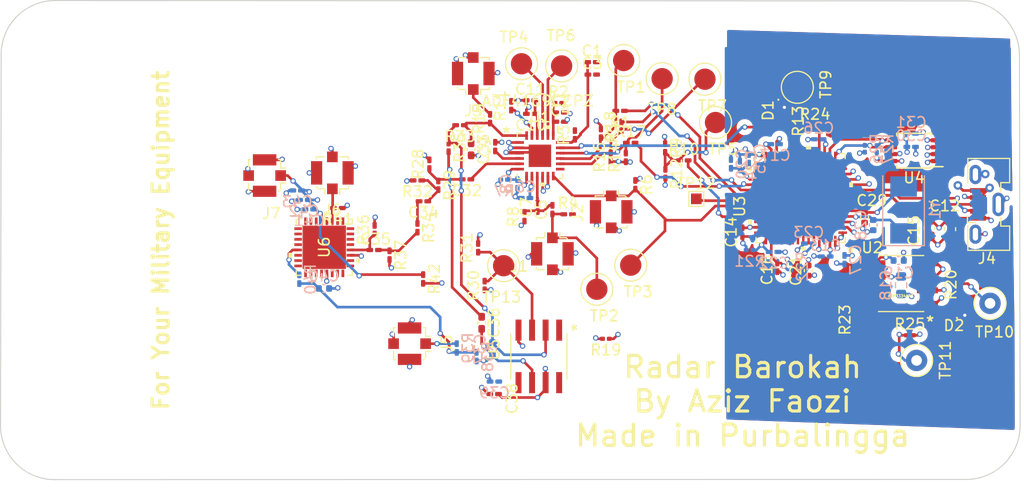
<source format=kicad_pcb>
(kicad_pcb (version 20211014) (generator pcbnew)
  (layers (0 "F.Cu" signal) (1 "In1.Cu" signal) (2 "In2.Cu" signal) (31 "B.Cu" signal) (34 "B.Paste" user) (35 "F.Paste" user) (36 "B.SilkS" user "B.Silkscreen") (37 "F.SilkS" user "F.Silkscreen") (38 "B.Mask" user) (39 "F.Mask" user) (44 "Edge.Cuts" user))
  (net 0 "")
  (net 1 "Net-(C1-Pad1)")
  (net 2 "GNDA")
  (net 3 "Net-(C2-Pad1)")
  (net 4 "Net-(C5-Pad1)")
  (net 5 "Net-(C5-Pad2)")
  (net 6 "Net-(C6-Pad1)")
  (net 7 "GND")
  (net 8 "Net-(C7-Pad2)")
  (net 9 "Net-(C9-Pad1)")
  (net 10 "VPP")
  (net 11 "+5V")
  (net 12 "GNDD")
  (net 13 "3.3V_USB")
  (net 14 "Net-(C14-Pad1)")
  (net 15 "Net-(C16-Pad1)")
  (net 16 "Net-(C28-Pad1)")
  (net 17 "/MCU_USB/XTALIN")
  (net 18 "RFIN")
  (net 19 "Net-(C32-Pad2)")
  (net 20 "CPOUT")
  (net 21 "Net-(C34-Pad1)")
  (net 22 "Net-(C34-Pad2)")
  (net 23 "Net-(C35-Pad1)")
  (net 24 "Net-(C35-Pad2)")
  (net 25 "Net-(C36-Pad1)")
  (net 26 "Net-(C36-Pad2)")
  (net 27 "Net-(C37-Pad1)")
  (net 28 "+15V")
  (net 29 "Net-(C40-Pad2)")
  (net 30 "/half_freq/+VVCO")
  (net 31 "Net-(D1-Pad2)")
  (net 32 "Net-(D2-Pad2)")
  (net 33 "TXDATA")
  (net 34 "Net-(J3-Pad1)")
  (net 35 "Net-(J4-Pad2)")
  (net 36 "Net-(J4-Pad3)")
  (net 37 "Net-(J5-Pad1)")
  (net 38 "Net-(J6-Pad1)")
  (net 39 "DATA")
  (net 40 "Net-(R1-Pad2)")
  (net 41 "+1V8")
  (net 43 "+3V0")
  (net 44 "Net-(R10-Pad1)")
  (net 45 "CE")
  (net 46 "Net-(R11-Pad1)")
  (net 47 "MUXOUT")
  (net 48 "Net-(R14-Pad2)")
  (net 49 "Net-(R16-Pad2)")
  (net 50 "LE")
  (net 51 "CLK")
  (net 52 "Net-(R23-Pad2)")
  (net 53 "Net-(R24-Pad2)")
  (net 54 "Net-(R26-Pad2)")
  (net 55 "Net-(R27-Pad2)")
  (net 56 "/half_freq/VP")
  (net 57 "Net-(R30-Pad2)")
  (net 58 "Net-(R40-Pad2)")
  (net 59 "Net-(TP4-Pad1)")
  (net 60 "Net-(TP6-Pad1)")
  (net 61 "Net-(TP12-Pad1)")
  (footprint "TestPoint:TestPoint_Loop_D1.80mm_Drill1.0mm_Beaded" (layer "F.Cu") (at 172.2374 89.3826)
    (fp_text reference "TP7")
    (fp_text value "CLK")
  )
  (footprint "Resistor_SMD:R_0201_0603Metric_Pad0.64x0.40mm_HandSolder" (layer "F.Cu") (at 147.2438 99.3394 -90)
    (fp_text reference "R29")
    (fp_text value "18r")
  )
  (footprint "TestPoint:TestPoint_Loop_D1.80mm_Drill1.0mm_Beaded" (layer "F.Cu") (at 198.9582 110.4138)
    (fp_text reference "TP10")
    (fp_text value "5V_USB")
  )
  (footprint "Connector_Coaxial:U.FL_Molex_MCRF_73412-0110_Vertical" (layer "F.Cu") (at 157.9372 105.7656 180)
    (fp_text reference "J1")
    (fp_text value "REFIN")
  )
  (footprint "Capacitor_SMD:C_0201_0603Metric_Pad0.64x0.40mm_HandSolder" (layer "F.Cu") (at 156.5402 101.3968 90)
    (fp_text reference "C7")
    (fp_text value "1nF")
  )
  (footprint "Capacitor_SMD:C_0201_0603Metric_Pad0.64x0.40mm_HandSolder" (layer "F.Cu") (at 155.8798 91.3638)
    (fp_text reference "C11")
    (fp_text value "100nF")
  )
  (footprint "Connector_Coaxial:U.FL_Molex_MCRF_73412-0110_Vertical" (layer "F.Cu") (at 137.3124 98.171)
    (fp_text reference "J6")
    (fp_text value "~")
  )
  (footprint "Resistor_SMD:R_0201_0603Metric_Pad0.64x0.40mm_HandSolder" (layer "F.Cu") (at 186.4106 111.9639 90)
    (fp_text reference "R23")
    (fp_text value "78.7k")
  )
  (footprint "Capacitor_SMD:C_0201_0603Metric_Pad0.64x0.40mm_HandSolder" (layer "F.Cu") (at 158.6484 92.5068)
    (fp_text reference "C2")
    (fp_text value "10pF")
  )
  (footprint "Capacitor_SMD:C_0201_0603Metric_Pad0.64x0.40mm_HandSolder" (layer "F.Cu") (at 145.8468 100.838 180)
    (fp_text reference "C34")
    (fp_text value "100pF")
  )
  (footprint "Resistor_SMD:R_0201_0603Metric_Pad0.64x0.40mm_HandSolder" (layer "F.Cu") (at 141.2748 103.505 90)
    (fp_text reference "R36")
    (fp_text value "DNP")
  )
  (footprint "Resistor_SMD:R_0201_0603Metric_Pad0.64x0.40mm_HandSolder" (layer "F.Cu") (at 137.8204 101.473 180)
    (fp_text reference "R41")
    (fp_text value "DNP")
  )
  (footprint "Resistor_SMD:R_0201_0603Metric" (layer "F.Cu") (at 162.9512 113.7412 180)
    (fp_text reference "R19")
    (fp_text value "0")
  )
  (footprint "TestPoint:TestPoint_Loop_D1.80mm_Drill1.0mm_Beaded" (layer "F.Cu") (at 164.6174 87.63)
    (fp_text reference "TP1")
    (fp_text value "DATA")
  )
  (footprint "op184:OP184FSZ-REEL7" (layer "F.Cu") (at 156.6661 115.3922 -90)
    (fp_text reference "U5")
    (fp_text value "OP184FSZ-REEL7" hide)
  )
  (footprint "Capacitor_SMD:C_0201_0603Metric_Pad0.64x0.40mm_HandSolder" (layer "F.Cu") (at 152.4751 118.9239)
    (fp_text reference "C38")
    (fp_text value "0.1uF")
  )
  (footprint "Capacitor_SMD:C_0201_0603Metric_Pad0.64x0.40mm_HandSolder" (layer "F.Cu") (at 179.0192 107.0356 -90)
    (fp_text reference "C16")
    (fp_text value "0.1uF" hide)
  )
  (footprint "adp334arz:ADP3334ARZ" (layer "F.Cu") (at 190.627 108.5596 180)
    (fp_text reference "U2")
    (fp_text value "ADP3334ARZ")
  )
  (footprint "Capacitor_SMD:C_0201_0603Metric_Pad0.64x0.40mm_HandSolder" (layer "F.Cu") (at 155.9052 92.6338 180)
    (fp_text reference "C10")
    (fp_text value "10pF")
  )
  (footprint "Resistor_SMD:R_0201_0603Metric_Pad0.64x0.40mm_HandSolder" (layer "F.Cu") (at 162.4838 94.4633 -90)
    (fp_text reference "R5")
    (fp_text value "390")
  )
  (footprint "Resistor_SMD:R_0201_0603Metric" (layer "F.Cu") (at 158.496 91.6178)
    (fp_text reference "R2")
    (fp_text value "0")
  )
  (footprint "Resistor_SMD:R_0201_0603Metric_Pad0.64x0.40mm_HandSolder" (layer "F.Cu") (at 182.5498 93.726)
    (fp_text reference "R24")
    (fp_text value "~")
  )
  (footprint "hmc515lp5e:HMC515LP5E" (layer "F.Cu") (at 136.5504 105.156 90)
    (fp_text reference "U6")
    (fp_text value "HMC515LP5E" hide)
  )
  (footprint "Resistor_SMD:R_0201_0603Metric_Pad0.64x0.40mm_HandSolder" (layer "F.Cu") (at 152.0952 93.091 90)
    (fp_text reference "R15")
    (fp_text value "0")
  )
  (footprint "Connector_USB:USB_Micro-B_Molex-105133-0031" (layer "F.Cu") (at 198.6638 101.1278 90)
    (fp_text reference "J4")
    (fp_text value "USB_B_Micro" hide)
  )
  (footprint "Resistor_SMD:R_0201_0603Metric_Pad0.64x0.40mm_HandSolder" (layer "F.Cu") (at 154.0764 91.8718 90)
    (fp_text reference "R11")
    (fp_text value "5.1k")
  )
  (footprint "TestPoint:TestPoint_Loop_D1.80mm_Drill1.0mm_Beaded" (layer "F.Cu") (at 155.0416 87.9348 180)
    (fp_text reference "TP4")
    (fp_text value "TSW2")
  )
  (footprint "Resistor_SMD:R_0201_0603Metric_Pad0.64x0.40mm_HandSolder" (layer "F.Cu") (at 160.0454 94.615 90)
    (fp_text reference "R3")
    (fp_text value "0")
  )
  (footprint "Capacitor_SMD:C_0603_1608Metric" (layer "F.Cu") (at 193.294 103.3526 -90)
    (fp_text reference "C15")
    (fp_text value "22uF" hide)
  )
  (footprint "Capacitor_SMD:C_0402_1005Metric_Pad0.74x0.62mm_HandSolder" (layer "F.Cu") (at 151.3078 112.2426 -90)
    (fp_text reference "C36")
    (fp_text value "DNP")
  )
  (footprint "Package_SO:TSSOP-8_3x3mm_P0.65mm" (layer "F.Cu") (at 191.8462 96.0882 180)
    (fp_text reference "U4")
    (fp_text value "24LC64")
  )
  (footprint "Resistor_SMD:R_0201_0603Metric_Pad0.64x0.40mm_HandSolder" (layer "F.Cu") (at 146.4056 97.3582 90)
    (fp_text reference "R28")
    (fp_text value "300r")
  )
  (footprint "Resistor_SMD:R_0201_0603Metric_Pad0.64x0.40mm_HandSolder" (layer "F.Cu") (at 145.288 103.3272 -90)
    (fp_text reference "R34")
    (fp_text value "18r")
  )
  (footprint "Resistor_SMD:R_0201_0603Metric_Pad0.64x0.40mm_HandSolder" (layer "F.Cu") (at 145.8214 108.1278 -90)
    (fp_text reference "R42")
    (fp_text value "0r")
  )
  (footprint "TestPoint:TestPoint_Loop_D1.80mm_Drill1.0mm_Beaded" (layer "F.Cu") (at 192.0748 115.7732 90)
    (fp_text reference "TP11")
    (fp_text value "3.3V_USB")
  )
  (footprint "Capacitor_SMD:C_0402_1005Metric_Pad0.74x0.62mm_HandSolder" (layer "F.Cu") (at 150.3172 95.9612 -90)
    (fp_text reference "C33")
    (fp_text value "C")
  )
  (footprint "adf4169:ADF4169CCPZ" (layer "F.Cu") (at 156.7688 96.5708)
    (fp_text reference "U1")
    (fp_text value "ADF4169CCPZ")
  )
  (footprint "Capacitor_SMD:C_0603_1608Metric" (layer "F.Cu") (at 195.2244 103.4542 -90)
    (fp_text reference "C12")
    (fp_text value "1uF" hide)
  )
  (footprint "Resistor_SMD:R_0201_0603Metric_Pad0.64x0.40mm_HandSolder" (layer "F.Cu") (at 142.6718 105.8926 -90)
    (fp_text reference "R37")
    (fp_text value "DNP" hide)
  )
  (footprint "cy7c68013:CY7C68013A-56LTXI" (layer "F.Cu") (at 181.2036 100.5332 180)
    (fp_text reference "U3")
    (fp_text value "CY7C68013A-56LTXI" hide)
  )
  (footprint "Resistor_SMD:R_0201_0603Metric_Pad0.64x0.40mm_HandSolder" (layer "F.Cu") (at 151.5872 108.7374 90)
    (fp_text reference "R30")
    (fp_text value "47K")
  )
  (footprint "Resistor_SMD:R_0201_0603Metric_Pad0.64x0.40mm_HandSolder" (layer "F.Cu") (at 164.2872 92.3544 180)
    (fp_text reference "R1")
    (fp_text value "330")
  )
  (footprint "Resistor_SMD:R_0201_0603Metric_Pad0.64x0.40mm_HandSolder" (layer "F.Cu") (at 149.2758 93.7006 180)
    (fp_text reference "R33")
    (fp_text value "DNP")
  )
  (footprint "Capacitor_SMD:C_0201_0603Metric_Pad0.64x0.40mm_HandSolder" (layer "F.Cu") (at 141.224 105.41 180)
    (fp_text reference "C35")
    (fp_text value "100pF" hide)
  )
  (footprint "Resistor_SMD:R_0201_0603Metric_Pad0.64x0.40mm_HandSolder" (layer "F.Cu") (at 150.9776 105.2068 90)
    (fp_text reference "R31")
    (fp_text value "47K")
  )
  (footprint "Resistor_SMD:R_0201_0603Metric" (layer "F.Cu") (at 191.4504 113.411)
    (fp_text reference "R25")
    (fp_text value "140K" hide)
  )
  (footprint "Connector_Coaxial:U.FL_Molex_MCRF_73412-0110_Vertical" (layer "F.Cu") (at 144.5503 114.1995 90)
    (fp_text reference "J5")
    (fp_text value "Conn_Coaxial")
  )
  (footprint "LED_SMD:LED_0201_0603Metric_Pad0.64x0.40mm_HandSolder" (layer "F.Cu") (at 179.1208 92.3424 -90)
    (fp_text reference "D1")
    (fp_text value "LED")
  )
  (footprint "Capacitor_SMD:C_0402_1005Metric" (layer "F.Cu") (at 187.198 102.362 -90)
    (fp_text reference "C29")
    (fp_text value "~")
  )
  (footprint "TestPoint:TestPoint_Pad_1.0x1.0mm" (layer "F.Cu") (at 171.4246 100.6094)
    (fp_text reference "TP12")
    (fp_text value "TRIG")
  )
  (footprint "TestPoint:TestPoint_Loop_D1.80mm_Drill1.0mm_Beaded" (layer "F.Cu") (at 173.228 93.4466)
    (fp_text reference "TP5")
    (fp_text value "CE")
  )
  (footprint "Resistor_SMD:R_0201_0603Metric_Pad0.64x0.40mm_HandSolder" (layer "F.Cu") (at 163.3982 96.6978 90)
    (fp_text reference "R16")
    (fp_text value "390")
  )
  (footprint "Resistor_SMD:R_0201_0603Metric_Pad0.64x0.40mm_HandSolder" (layer "F.Cu") (at 164.8206 96.7232 90)
    (fp_text reference "R14")
    (fp_text value "390")
  )
  (footprint "Capacitor_SMD:C_0201_0603Metric_Pad0.64x0.40mm_HandSolder" (layer "F.Cu") (at 152.5778 95.7072 90)
    (fp_text reference "C9")
    (fp_text value "100pF")
  )
  (footprint "Connector_Coaxial:U.FL_Molex_MCRF_73412-0110_Vertical" (layer "F.Cu") (at 150.5204 88.8492)
    (fp_text reference "J3")
    (fp_text value "TXDATA")
  )
  (footprint "Resistor_SMD:R_0201_0603Metric_Pad0.64x0.40mm_HandSolder" (layer "F.Cu") (at 170.2562 97.0037)
    (fp_text reference "R10")
    (fp_text value "DNP")
  )
  (footprint "TestPoint:TestPoint_Loop_D1.80mm_Drill1.0mm_Beaded" (layer "F.Cu") (at 153.3652 106.8832)
    (fp_text reference "TP13")
    (fp_text value "OPBIAS")
  )
  (footprint "Capacitor_SMD:C_0201_0603Metric_Pad0.64x0.40mm_HandSolder" (layer "F.Cu") (at 158.6738 93.3704)
    (fp_text reference "C4")
    (fp_text value "0.1uF")
  )
  (footprint "Capacitor_SMD:C_0201_0603Metric_Pad0.64x0.40mm_HandSolder" (layer "F.Cu") (at 157.9372 101.6254 90)
    (fp_text reference "C5")
    (fp_text value "1nF")
  )
  (footprint "TestPoint:TestPoint_Loop_D1.80mm_Drill1.0mm_Beaded" (layer "F.Cu") (at 168.2242 89.3318)
    (fp_text reference "TP8")
    (fp_text value "LE")
  )
  (footprint "Resistor_SMD:R_0201_0603Metric_Pad0.64x0.40mm_HandSolder" (layer "F.Cu") (at 145.288 98.8822 180)
    (fp_text reference "R32")
    (fp_text value "300r")
  )
  (footprint "Capacitor_SMD:C_0402_1005Metric" (layer "F.Cu") (at 181.9148 107.3404 90)
    (fp_text reference "C21")
    (fp_text value "22uF" hide)
  )
  (footprint "Resistor_SMD:R_0201_0603Metric_Pad0.64x0.40mm_HandSolder" (layer "F.Cu") (at 165.7096 99.2886 -90)
    (fp_text reference "R6")
    (fp_text value "330")
  )
  (footprint "Capacitor_SMD:C_0201_0603Metric_Pad0.64x0.40mm_HandSolder" (layer "F.Cu") (at 175.7426 103.7336 90)
    (fp_text reference "C14")
    (fp_text value "0.1uF" hide)
  )
  (footprint "Resistor_SMD:R_0201_0603Metric_Pad0.64x0.40mm_HandSolder" (layer "F.Cu") (at 159.4104 102.0572)
    (fp_text reference "R4")
    (fp_text value "91")
  )
  (footprint "Capacitor_SMD:C_0201_0603Metric_Pad0.64x0.40mm_HandSolder" (layer "F.Cu") (at 161.6456 87.7824)
    (fp_text reference "C1")
    (fp_text value "0.1uF")
  )
  (footprint "Capacitor_SMD:C_0201_0603Metric_Pad0.64x0.40mm_HandSolder" (layer "F.Cu") (at 161.671 88.9508)
    (fp_text reference "C3")
    (fp_text value "10pF")
  )
  (footprint "Connector_Coaxial:U.FL_Molex_MCRF_73412-0110_Vertical" (layer "F.Cu") (at 163.449 101.8286 180)
    (fp_text reference "J2")
    (fp_text value "TXDATA")
  )
  (footprint "Resistor_SMD:R_0201_0603Metric_Pad0.64x0.40mm_HandSolder" (layer "F.Cu") (at 165.2778 95.3516)
    (fp_text reference "R17")
    (fp_text value "330")
  )
  (footprint "Resistor_SMD:R_0201_0603Metric_Pad0.64x0.40mm_HandSolder" (layer "F.Cu") (at 168.5036 95.8353 -90)
    (fp_text reference "R9")
    (fp_text value "10K")
  )
  (footprint "Connector_Coaxial:U.FL_Molex_MCRF_73412-0110_Vertical" (layer "F.Cu") (at 130.9624 98.425 90)
    (fp_text reference "J7")
    (fp_text value "~")
  )
  (footprint "Resistor_SMD:R_0201_0603Metric_Pad0.64x0.40mm_HandSolder" (layer "F.Cu") (at 164.4142 93.8022 90)
    (fp_text reference "R18")
    (fp_text value "330")
  )
  (footprint "Resistor_SMD:R_0201_0603Metric_Pad0.64x0.40mm_HandSolder" (layer "F.Cu") (at 179.9336 93.3196 -90)
    (fp_text reference "R13")
    (fp_text value "390")
  )
  (footprint "LED_SMD:LED_0201_0603Metric" (layer "F.Cu") (at 195.8594 110.9218 90)
    (fp_text reference "D2")
    (fp_text value "LED")
  )
  (footprint "TestPoint:TestPoint_Loop_D1.80mm_Drill1.0mm_Beaded" (layer "F.Cu") (at 180.8988 90.1446)
    (fp_text reference "TP9")
    (fp_text value "~")
  )
  (footprint "Resistor_SMD:R_0201_0603Metric_Pad0.64x0.40mm_HandSolder" (layer "F.Cu") (at 168.529 98.2483 -90)
    (fp_text reference "R12")
    (fp_text value "NOTD")
  )
  (footprint "TestPoint:TestPoint_Loop_D1.80mm_Drill1.0mm_Beaded" (layer "F.Cu") (at 158.8008 88.138 180)
    (fp_text reference "TP6")
    (fp_text value "TSW1")
  )
  (footprint "Resistor_SMD:R_0201_0603Metric_Pad0.64x0.40mm_HandSolder" (layer "F.Cu") (at 155.321 102.2858 90)
    (fp_text reference "R8")
    (fp_text value "DNP")
  )
  (footprint "Capacitor_SMD:C_0201_0603Metric_Pad0.64x0.40mm_HandSolder" (layer "F.Cu") (at 149.8854 98.7806 180)
    (fp_text reference "C32")
    (fp_text value "100pF")
  )
  (footprint "Resistor_SMD:R_0201_0603Metric" (layer "F.Cu") (at 196.2658 108.8898 -90)
    (fp_text reference "R20")
    (fp_text value "2.2k" hide)
  )
  (footprint "TestPoint:TestPoint_Loop_D1.80mm_Drill1.0mm_Beaded" (layer "F.Cu") (at 162.1028 109.093)
    (fp_text reference "TP2")
    (fp_text value "T1")
  )
  (footprint "Resistor_SMD:R_0201_0603Metric_Pad0.64x0.40mm_HandSolder" (layer "F.Cu") (at 148.209 95.7834 -90)
    (fp_text reference "R35")
    (fp_text value "DNP")
  )
  (footprint "TestPoint:TestPoint_Loop_D1.80mm_Drill1.0mm_Beaded" (layer "F.Cu") (at 165.2778 106.8324)
    (fp_text reference "TP3")
    (fp_text value "TXD")
  )
  (footprint "Capacitor_SMD:C_0201_0603Metric_Pad0.64x0.40mm_HandSolder" (layer "B.Cu") (at 185.3184 106.3244 90)
    (fp_text reference "C27")
    (fp_text value "0.1uF" hide)
  )
  (footprint "Resistor_SMD:R_0201_0603Metric_Pad0.64x0.40mm_HandSolder" (layer "B.Cu") (at 134.2136 108.1532 90)
    (fp_text reference "R40")
    (fp_text value "0r")
  )
  (footprint "Resistor_SMD:R_0201_0603Metric" (layer "B.Cu") (at 176.4284 105.41)
    (fp_text reference "R21")
    (fp_text value "100K" hide)
  )
  (footprint "Resistor_SMD:R_0201_0603Metric_Pad0.64x0.40mm_HandSolder" (layer "B.Cu") (at 150.8241 115.4187 90)
    (fp_text reference "R38")
    (fp_text value "DNP")
  )
  (footprint "Resistor_SMD:R_0201_0603Metric" (layer "B.Cu") (at 180.3146 106.9594 90)
    (fp_text reference "R22")
    (fp_text value "100K" hide)
  )
  (footprint "Capacitor_SMD:C_0201_0603Metric_Pad0.64x0.40mm_HandSolder" (layer "B.Cu") (at 155.4226 100.5332 180)
    (fp_text reference "C6")
    (fp_text value "0.1uF")
  )
  (footprint "Capacitor_SMD:C_0201_0603Metric_Pad0.64x0.40mm_HandSolder" (layer "B.Cu") (at 181.9656 104.8004 180)
    (fp_text reference "C23")
    (fp_text value "0.1uF")
  )
  (footprint "Capacitor_SMD:C_0201_0603Metric_Pad0.64x0.40mm_HandSolder" (layer "B.Cu") (at 152.5005 117.7555)
    (fp_text reference "C39")
    (fp_text value "10pF")
  )
  (footprint "Capacitor_SMD:C_0201_0603Metric_Pad0.64x0.40mm_HandSolder" (layer "B.Cu") (at 182.9054 95.0214 180)
    (fp_text reference "C26")
    (fp_text value "0.1uF" hide)
  )
  (footprint "Capacitor_SMD:C_0201_0603Metric_Pad0.64x0.40mm_HandSolder" (layer "B.Cu") (at 154.6606 99.2124 -90)
    (fp_text reference "C8")
    (fp_text value "10pF")
  )
  (footprint "Resistor_SMD:R_0201_0603Metric_Pad0.64x0.40mm_HandSolder" (layer "B.Cu") (at 148.9699 114.6059 90)
    (fp_text reference "R39")
    (fp_text value "0r")
  )
  (footprint "Resistor_SMD:R_0201_0603Metric" (layer "B.Cu") (at 153.416 98.806)
    (fp_text reference "R7")
    (fp_text value "0")
  )
  (footprint "Capacitor_SMD:C_0201_0603Metric_Pad0.64x0.40mm_HandSolder" (layer "B.Cu") (at 178.6643 105.5878)
    (fp_text reference "C22")
    (fp_text value "0.1uF" hide)
  )
  (footprint "Capacitor_SMD:C_0201_0603Metric_Pad0.64x0.40mm_HandSolder" (layer "B.Cu") (at 174.6758 97.3328 90)
    (fp_text reference "C20")
    (fp_text value "0.1uF" hide)
  )
  (footprint "Resistor_SMD:R_0201_0603Metric" (layer "B.Cu") (at 188.341 95.9358 90)
    (fp_text reference "R27")
    (fp_text value "2.2K" hide)
  )
  (footprint "Capacitor_SMD:C_0201_0603Metric_Pad0.64x0.40mm_HandSolder" (layer "B.Cu") (at 134.0104 99.822)
    (fp_text reference "C43")
    (fp_text value "1uF")
  )
  (footprint "Capacitor_SMD:C_0201_0603Metric_Pad0.64x0.40mm_HandSolder" (layer "B.Cu") (at 175.514 97.4852 90)
    (fp_text reference "C24")
    (fp_text value "0.1uF" hide)
  )
  (footprint "Capacitor_SMD:C_0201_0603Metric_Pad0.64x0.40mm_HandSolder" (layer "B.Cu") (at 134.6454 100.711)
    (fp_text reference "C42")
    (fp_text value "1nF")
  )
  (footprint "Capacitor_SMD:C_0402_1005Metric" (layer "B.Cu") (at 136.525 109.0168 180)
    (fp_text reference "C40")
    (fp_text value "DNP")
  )
  (footprint "Capacitor_SMD:C_0201_0603Metric_Pad0.64x0.40mm_HandSolder" (layer "B.Cu") (at 191.5668 95.7326 180)
    (fp_text reference "C30")
    (fp_text value "12pF" hide)
  )
  (footprint "Capacitor_SMD:C_0402_1005Metric_Pad0.74x0.62mm_HandSolder" (layer "B.Cu") (at 152.3227 114.7075 -90)
    (fp_text reference "C37")
    (fp_text value "DNP")
  )
  (footprint "Capacitor_SMD:C_0201_0603Metric_Pad0.64x0.40mm_HandSolder" (layer "B.Cu") (at 178.816 95.4786)
    (fp_text reference "C17")
    (fp_text value "0.1uF" hide)
  )
  (footprint "Resistor_SMD:R_0603_1608Metric" (layer "B.Cu") (at 190.627 108.712 -90)
    (fp_text reference "C18")
    (fp_text value "1nF" hide)
  )
  (footprint "Capacitor_SMD:C_0201_0603Metric_Pad0.64x0.40mm_HandSolder" (layer "B.Cu") (at 135.1534 101.6)
    (fp_text reference "C41")
    (fp_text value "120pF")
  )
  (footprint "Capacitor_SMD:C_0201_0603Metric_Pad0.64x0.40mm_HandSolder" (layer "B.Cu") (at 191.5668 94.488 180)
    (fp_text reference "C31")
    (fp_text value "12pF" hide)
  )
  (footprint "Capacitor_SMD:C_0402_1005Metric" (layer "B.Cu") (at 188.0108 103.0732 -90)
    (fp_text reference "C28")
    (fp_text value "C" hide)
  )
  (footprint "Capacitor_SMD:C_0201_0603Metric_Pad0.64x0.40mm_HandSolder" (layer "B.Cu") (at 176.3522 96.8502 90)
    (fp_text reference "C25")
    (fp_text value "0.1uF")
  )
  (footprint "Resistor_SMD:R_0201_0603Metric" (layer "B.Cu") (at 187.2234 95.9104 90)
    (fp_text reference "R26")
    (fp_text value "2.2K" hide)
  )
  (footprint "Crystal:Crystal_SMD_0603-2Pin_6.0x3.5mm" (layer "B.Cu") (at 190.8556 101.6508 90)
    (fp_text reference "Y1")
    (fp_text value "Crystal")
  )
  (footprint "Capacitor_SMD:C_0201_0603Metric_Pad0.64x0.40mm_HandSolder" (layer "B.Cu") (at 183.5658 106.0196 180)
    (fp_text reference "C13")
    (fp_text value "10pF" hide)
  )
  (footprint "Capacitor_SMD:C_0402_1005Metric" (layer "B.Cu") (at 190.3984 106.4006)
    (fp_text reference "C19")
    (fp_text value "1uF" hide)
  )
  (gr_line (start 196.497663 82.036347) (end 111.37661 82.001545) (layer "Edge.Cuts") (width 0.1))
  (gr_line (start 201.716455 87.14501) (end 201.783253 121.735118) (layer "Edge.Cuts") (width 0.1))
  (gr_line (start 106.267947 87.205282) (end 106.207745 121.84619) (layer "Edge.Cuts") (width 0.1))
  (gr_arc (start 106.267947 87.205282) (mid 107.717675 83.518991) (end 111.37661 82.001545) (layer "Edge.Cuts") (width 0.1))
  (gr_arc (start 111.411482 126.954853) (mid 107.725191 125.505125) (end 106.207745 121.84619) (layer "Edge.Cuts") (width 0.1))
  (gr_line (start 111.411482 126.954853) (end 196.67459 126.938855) (layer "Edge.Cuts") (width 0.1))
  (gr_arc (start 201.783253 121.735118) (mid 200.333525 125.421409) (end 196.67459 126.938855) (layer "Edge.Cuts") (width 0.1))
  (gr_arc (start 196.497663 82.036347) (mid 200.184059 83.490461) (end 201.716455 87.14501) (layer "Edge.Cuts") (width 0.1))
  (gr_text "Radar Barokah\nBy Aziz Faozi\nMade in Purbalingga" (at 175.768 119.6086) (layer "F.SilkS") (effects (font (size 2 2) (thickness 0.3))))
  (gr_text "For Your Military Equipment" (at 121.2342 104.4956 90) (layer "F.SilkS") (effects (font (size 1.5 1.5) (thickness 0.3))))
  (segment (start 160.0454 95.0225) (end 160.148261 95.0225) (width 0.25) (layer "F.Cu") (net 1))
  (segment (start 160.148261 95.0225) (end 160.56992 94.600841) (width 0.25) (layer "F.Cu") (net 1))
  (segment (start 161.2635 88.9508) (end 161.2635 93.8044) (width 0.25) (layer "F.Cu") (net 1))
  (segment (start 158.668799 95.3208) (end 159.7471 95.3208) (width 0.25) (layer "F.Cu") (net 1))
  (segment (start 161.2381 87.7824) (end 161.2381 88.9254) (width 0.25) (layer "F.Cu") (net 1))
  (segment (start 161.2381 88.9254) (end 161.2635 88.9508) (width 0.25) (layer "F.Cu") (net 1))
  (segment (start 160.56992 94.600841) (end 160.56992 94.49798) (width 0.25) (layer "F.Cu") (net 1))
  (segment (start 161.2635 93.8044) (end 160.56992 94.49798) (width 0.25) (layer "F.Cu") (net 1))
  (segment (start 159.7471 95.3208) (end 160.0454 95.0225) (width 0.25) (layer "F.Cu") (net 1))
  (segment (start 139.4714 97.536) (end 139.4224 97.536) (width 0.25) (layer "F.Cu") (net 2))
  (segment (start 156.7688 96.5708) (end 156.0322 95.8342) (width 0.25) (layer "F.Cu") (net 2))
  (segment (start 138.9972 105.906001) (end 139.955701 105.906001) (width 0.25) (layer "F.Cu") (net 2))
  (segment (start 152.8064 88.773) (end 152.7302 88.8492) (width 0.25) (layer "F.Cu") (net 2))
  (segment (start 142.6718 106.3001) (end 142.6718 106.9086) (width 0.25) (layer "F.Cu") (net 2))
  (segment (start 151.9185 118.9239) (end 151.3078 118.3132) (width 0.25) (layer "F.Cu") (net 2))
  (segment (start 153.1863 95.2997) (end 153.1874 95.3008) (width 0.25) (layer "F.Cu") (net 2))
  (segment (start 150.011 87.3492) (end 150.5204 87.3492) (width 0.25) (layer "F.Cu") (net 2))
  (segment (start 149.0454 87.6028) (end 148.9202 87.4776) (width 0.25) (layer "F.Cu") (net 2))
  (segment (start 168.529 99.2897) (end 168.5036 99.3151) (width 0.25) (layer "F.Cu") (net 2))
  (segment (start 165.608 101.8286) (end 164.924 101.8286) (width 0.25) (layer "F.Cu") (net 2))
  (segment (start 129.4624 98.425) (end 129.4624 97.8648) (width 0.25) (layer "F.Cu") (net 2))
  (segment (start 152.7302 88.8492) (end 151.9954 88.8492) (width 0.25) (layer "F.Cu") (net 2))
  (segment (start 154.7368 91.3892) (end 154.7622 91.3638) (width 0.25) (layer "F.Cu") (net 2))
  (segment (start 141.2748 102.3874) (end 141.3256 102.3366) (width 0.25) (layer "F.Cu") (net 2))
  (segment (start 158.8273 93.4212) (end 159.0802 93.4212) (width 0.25) (layer "F.Cu") (net 2))
  (segment (start 159.0802 93.4212) (end 159.3342 93.1672) (width 0.25) (layer "F.Cu") (net 2))
  (segment (start 157.518801 99.426126) (end 157.518801 98.470799) (width 0.25) (layer "F.Cu") (net 2))
  (segment (start 158.472 107.2656) (end 158.6992 107.4928) (width 0.25) (layer "F.Cu") (net 2))
  (segment (start 154.7611 114.0449) (end 155.1432 114.427) (width 0.25) (layer "F.Cu") (net 2))
  (segment (start 156.4443 96.2463) (end 153.5938 96.2463) (width 0.25) (layer "F.Cu") (net 2))
  (segment (start 138.2279 101.473) (end 138.4554 101.473) (width 0.25) (layer "F.Cu") (net 2))
  (segment (start 168.529 98.6558) (end 168.529 99.2897) (width 0.25) (layer "F.Cu") (net 2))
  (segment (start 153.8532 95.3208) (end 153.8478 95.3262) (width 0.25) (layer "F.Cu") (net 2))
  (segment (start 179.1208 91.9349) (end 179.5903 91.9349) (width 0.25) (layer "F.Cu") (net 2))
  (segment (start 136.8004 107.6028) (end 136.8004 108.3096) (width 0.25) (layer "F.Cu") (net 2))
  (segment (start 155.7382 92.000092) (end 155.4723 91.734192) (width 0.25) (layer "F.Cu") (net 2))
  (segment (start 156.0322 95.8342) (end 154.0002 95.8342) (width 0.25) (layer "F.Cu") (net 2))
  (segment (start 132.5644 96.95) (end 132.6134 96.901) (width 0.25) (layer "F.Cu") (net 2))
  (segment (start 159.4122 105.7656) (end 160.0454 105.7656) (width 0.25) (layer "F.Cu") (net 2))
  (segment (start 162.6312 113.7412) (end 162.0774 113.7412) (width 0.25) (layer "F.Cu") (net 2))
  (segment (start 155.4723 91.734192) (end 155.4723 91.3638) (width 0.25) (layer "F.Cu") (net 2))
  (segment (start 141.2748 103.0975) (end 141.2748 102.3874) (width 0.25) (layer "F.Cu") (net 2))
  (segment (start 150.9776 104.1654) (end 151.1554 103.9876) (width 0.25) (layer "F.Cu") (net 2))
  (segment (start 179.5903 91.9349) (end 179.6796 92.0242) (width 0.25) (layer "F.Cu") (net 2))
  (segment (start 165.2252 97.1568) (end 165.227 97.155) (width 0.25) (layer "F.Cu") (net 2))
  (segment (start 144.5503 115.6745) (end 144.5503 116.3585) (width 0.25) (layer "F.Cu") (net 2))
  (segment (start 159.4866 92.5068) (end 159.5882 92.6084) (width 0.25) (layer "F.Cu") (net 2))
  (segment (start 164.1337 97.1053) (end 163.3982 97.1053) (width 0.25) (layer "F.Cu") (net 2))
  (segment (start 155.0162 103.0986) (end 155.321 102.7938) (width 0.25) (layer "F.Cu") (net 2))
  (segment (start 152.5778 95.2997) (end 153.1863 95.2997) (width 0.25) (layer "F.Cu") (net 2))
  (segment (start 139.4224 97.536) (end 138.7874 98.171) (width 0.25) (layer "F.Cu") (net 2))
  (segment (start 154.7368 91.3892) (end 154.1515 91.3892) (width 0.25) (layer "F.Cu") (net 2))
  (segment (start 135.8374 98.171) (end 135.1534 98.171) (width 0.25) (layer "F.Cu") (net 2))
  (segment (start 137.1854 95.885) (end 137.3124 96.012) (width 0.25) (layer "F.Cu") (net 2))
  (segment (start 155.321 102.7938) (end 155.321 102.6933) (width 0.25) (layer "F.Cu") (net 2))
  (segment (start 130.9624 99.9) (end 129.4874 99.9) (width 0.25) (layer "F.Cu") (net 2))
  (segment (start 164.1348 97.1042) (end 164.1337 97.1053) (width 0.25) (layer "F.Cu") (net 2))
  (segment (start 152.0676 118.9239) (end 151.9185 118.9239) (width 0.25) (layer "F.Cu") (net 2))
  (segment (start 157.9372 107.2656) (end 158.472 107.2656) (width 0.25) (layer "F.Cu") (net 2))
  (segment (start 165.9647 98.8811) (end 165.7096 98.8811) (width 0.25) (layer "F.Cu") (net 2))
  (segment (start 129.4874 99.9) (end 129.4384 99.949) (width 0.25) (layer "F.Cu") (net 2))
  (segment (start 196.3064 111.2418) (end 196.596 111.5314) (width 0.25) (layer "F.Cu") (net 2))
  (segment (start 157.474334 99.470593) (end 157.518801 99.426126) (width 0.25) (layer "F.Cu") (net 2))
  (segment (start 154.868801 95.820799) (end 154.013601 95.820799) (width 0.25) (layer "F.Cu") (net 2))
  (segment (start 155.7382 92.000092) (end 155.4977 92.240592) (width 0.25) (layer "F.Cu") (net 2))
  (segment (start 162.4838 94.0558) (end 162.4838 93.726) (width 0.25) (layer "F.Cu") (net 2))
  (segment (start 143.0503 114.1995) (end 143.0503 113.4361) (width 0.25) (layer "F.Cu") (net 2))
  (segment (start 129.4624 97.8648) (end 129.3876 97.79) (width 0.25) (layer "F.Cu") (net 2))
  (segment (start 157.0188 99.7983) (end 157.0188 98.470799) (width 0.25) (layer "F.Cu") (net 2))
  (segment (start 163.933 103.3286) (end 163.449 103.3286) (width 0.25) (layer "F.Cu") (net 2))
  (segment (start 195.8594 111.2418) (end 196.3064 111.2418) (width 0.25) (layer "F.Cu") (net 2))
  (segment (start 161.974 103.0206) (end 161.974 101.8286) (width 0.25) (layer "F.Cu") (net 2))
  (segment (start 136.8004 108.3096) (end 136.779 108.331) (width 0.25) (layer "F.Cu") (net 2))
  (segment (start 149.0454 88.8492) (end 149.0454 87.6028) (width 0.25) (layer "F.Cu") (net 2))
  (segment (start 146.4056 96.9507) (end 146.3791 96.9507) (width 0.25) (layer "F.Cu") (net 2))
  (segment (start 153.6683 96.3208) (end 154.868801 96.3208) (width 0.25) (layer "F.Cu") (net 2))
  (segment (start 156.7688 96.5708) (end 156.4443 96.2463) (width 0.25) (layer "F.Cu") (net 2))
  (segment (start 144.8805 98.8822) (end 144.3482 98.8822) (width 0.25) (layer "F.Cu") (net 2))
  (segment (start 158.9289 92.5068) (end 159.4866 92.5068) (width 0.25) (layer "F.Cu") (net 2))
  (segment (start 164.1348 97.1042) (end 164.1874 97.1568) (width 0.25) (layer "F.Cu") (net 2))
  (segment (start 160.0454 105.7656) (end 160.1216 105.6894) (width 0.25) (layer "F.Cu") (net 2))
  (segment (start 155.9814 105.7656) (end 155.6766 106.0704) (width 0.25) (layer "F.Cu") (net 2))
  (segment (start 130.9624 96.95) (end 132.5644 96.95) (width 0.25) (layer "F.Cu") (net 2))
  (segment (start 154.013601 95.820799) (end 154.0002 95.8342) (width 0.25) (layer "F.Cu") (net 2))
  (segment (start 164.1874 97.1568) (end 165.2252 97.1568) (width 0.25) (layer "F.Cu") (net 2))
  (segment (start 137.3124 96.012) (end 137.3124 96.671) (width 0.25) (layer "F.Cu") (net 2))
  (segment (start 144.3482 98.8822) (end 144.2974 98.933) (width 0.25) (layer "F.Cu") (net 2))
  (segment (start 149.7838 87.122) (end 150.011 87.3492) (width 0.25) (layer "F.Cu") (net 2))
  (segment (start 162.4838 93.726) (end 162.052 93.2942) (width 0.25) (layer "F.Cu") (net 2))
  (segment (start 166.1414 98.7044) (end 165.9647 98.8811) (width 0.25) (layer "F.Cu") (net 2))
  (segment (start 154.868801 95.3208) (end 153.8532 95.3208) (width 0.25) (layer "F.Cu") (net 2))
  (segment (start 157.0933 99.8728) (end 157.0188 99.7983) (width 0.25) (layer "F.Cu") (net 2))
  (segment (start 162.0774 103.124) (end 161.974 103.0206) (width 0.25) (layer "F.Cu") (net 2))
  (segment (start 164.211 103.6066) (end 163.933 103.3286) (width 0.25) (layer "F.Cu") (net 2))
  (segment (start 142.6718 106.9086) (end 142.8496 107.0864) (width 0.25) (layer "F.Cu") (net 2))
  (segment (start 139.955701 105.906001) (end 140.0302 105.9805) (width 0.25) (layer "F.Cu") (net 2))
  (segment (start 153.5938 96.2463) (end 153.6683 96.3208) (width 0.25) (layer "F.Cu") (net 2))
  (segment (start 150.9863 96.5287) (end 151.003 96.5454) (width 0.25) (layer "F.Cu") (net 2))
  (segment (start 155.4977 92.240592) (end 155.4977 92.6338) (width 0.25) (layer "F.Cu") (net 2))
  (segment (start 154.7622 91.3638) (end 155.4723 91.3638) (width 0.25) (layer "F.Cu") (net 2))
  (segment (start 144.5503 112.2183) (end 144.8043 111.9643) (width 0.25) (layer "F.Cu") (net 2))
  (segment (start 162.0774 113.7412) (end 162.0012 113.665) (width 0.25) (layer "F.Cu") (net 2))
  (segment (start 150.3172 96.5287) (end 150.9863 96.5287) (width 0.25) (layer "F.Cu") (net 2))
  (segment (start 138.4554 101.473) (end 138.7094 101.219) (width 0.25) (layer "F.Cu") (net 2))
  (segment (start 154.1515 91.3892) (end 154.0764 91.4643) (width 0.25) (layer "F.Cu") (net 2))
  (segment (start 154.7611 112.9284) (end 154.7611 114.0449) (width 0.25) (layer "F.Cu") (net 2))
  (segment (start 156.4622 105.7656) (end 155.9814 105.7656) (width 0.25) (layer "F.Cu") (net 2))
  (segment (start 146.3791 96.9507) (end 145.9484 96.52) (width 0.25) (layer "F.Cu") (net 2))
  (segment (start 143.0503 113.4361) (end 142.9247 113.3105) (width 0.25) (layer "F.Cu") (net 2))
  (segment (start 144.5503 112.7245) (end 144.5503 112.2183) (width 0.25) (layer "F.Cu") (net 2))
  (segment (start 150.9776 104.7993) (end 150.9776 104.1654) (width 0.25) (layer "F.Cu") (net 2))
  (via (at 168.5036 99.3151) (size 0.5) (drill 0.3) (layers "F.Cu" "B.Cu") (net 2))
  (via (at 158.6992 107.4928) (size 0.5) (drill 0.3) (layers "F.Cu" "B.Cu") (net 2))
  (via (at 165.227 97.155) (size 0.5) (drill 0.3) (layers "F.Cu" "B.Cu") (net 2))
  (via (at 159.5882 92.6084) (size 0.5) (drill 0.3) (layers "F.Cu" "B.Cu") (net 2))
  (via (at 148.9202 87.4776) (size 0.5) (drill 0.3) (layers "F.Cu" "B.Cu") (net 2))
  (via (at 144.2974 98.933) (size 0.5) (drill 0.3) (layers "F.Cu" "B.Cu") (net 2))
  (via (at 139.4714 97.536) (size 0.5) (drill 0.3) (layers "F.Cu" "B.Cu") (net 2))
  (via (at 155.7382 92.000092) (size 0.5) (drill 0.3) (layers "F.Cu" "B.Cu") (net 2))
  (via (at 162.052 93.2942) (size 0.5) (drill 0.3) (layers "F.Cu" "B.Cu") (net 2))
  (via (at 144.5503 116.3585) (size 0.5) (drill 0.3) (layers "F.Cu" "B.Cu") (net 2))
  (via (at 155.6766 106.0704) (size 0.5) (drill 0.3) (layers "F.Cu" "B.Cu") (net 2))
  (via (at 162.0012 113.665) (size 0.5) (drill 0.3) (layers "F.Cu" "B.Cu") (net 2))
  (via (at 135.1534 98.171) (size 0.5) (drill 0.3) (layers "F.Cu" "B.Cu") (net 2))
  (via (at 166.1414 98.7044) (size 0.5) (drill 0.3) (layers "F.Cu" "B.Cu") (net 2))
  (via (at 165.608 101.8286) (size 0.5) (drill 0.3) (layers "F.Cu" "B.Cu") (net 2))
  (via (at 149.7838 87.122) (size 0.5) (drill 0.3) (layers "F.Cu" "B.Cu") (net 2))
  (via (at 155.1432 114.427) (size 0.5) (drill 0.3) (layers "F.Cu" "B.Cu") (net 2))
  (via (at 134.0104 101.6) (size 0.5) (drill 0.3) (layers "F.Cu" "B.Cu") (net 2))
  (via (at 153.5938 96.2463) (size 0.5) (drill 0.3) (layers "F.Cu" "B.Cu") (net 2))
  (via (at 129.3876 97.79) (size 0.5) (drill 0.3) (layers "F.Cu" "B.Cu") (net 2))
  (via (at 160.1216 105.6894) (size 0.5) (drill 0.3) (layers "F.Cu" "B.Cu") (net 2))
  (via (at 145.9484 96.52) (size 0.5) (drill 0.3) (layers "F.Cu" "B.Cu") (net 2))
  (via (at 159.3342 93.1672) (size 0.5) (drill 0.3) (layers "F.Cu" "B.Cu") (net 2))
  (via (at 196.596 111.5314) (size 0.5) (drill 0.3) (layers "F.Cu" "B.Cu") (net 2))
  (via (at 179.6796 92.0242) (size 0.5) (drill 0.3) (layers "F.Cu" "B.Cu") (net 2))
  (via (at 157.0933 99.8728) (size 0.5) (drill 0.3) (layers "F.Cu" "B.Cu") (net 2))
  (via (at 164.1348 97.1042) (size 0.5) (drill 0.3) (layers "F.Cu" "B.Cu") (net 2))
  (via (at 138.7094 101.219) (size 0.5) (drill 0.3) (layers "F.Cu" "B.Cu") (net 2))
  (via (at 157.474334 99.470593) (size 0.5) (drill 0.3) (layers "F.Cu" "B.Cu") (net 2))
  (via (at 154.7368 91.3892) (size 0.5) (drill 0.3) (layers "F.Cu" "B.Cu") (net 2))
  (via (at 132.9944 100.076) (size 0.5) (drill 0.3) (layers "F.Cu" "B.Cu") (net 2))
  (via (at 142.8496 107.0864) (size 0.5) (drill 0.3) (layers "F.Cu" "B.Cu") (net 2))
  (via (at 151.8666 117.2464) (size 0.5) (drill 0.3) (layers "F.Cu" "B.Cu") (net 2))
  (via (at 162.0774 103.124) (size 0.5) (drill 0.3) (layers "F.Cu" "B.Cu") (net 2))
  (via (at 137.8204 108.966) (size 0.5) (drill 0.3) (layers "F.Cu" "B.Cu") (net 2))
  (via (at 133.5024 100.838) (size 0.5) (drill 0.3) (layers "F.Cu" "B.Cu") (net 2))
  (via (at 137.1854 95.885) (size 0.5) (drill 0.3) (layers "F.Cu" "B.Cu") (net 2))
  (via (at 151.1554 103.9876) (size 0.5) (drill 0.3) (layers "F.Cu" "B.Cu") (net 2))
  (via (at 153.1874 95.3008) (size 0.5) (drill 0.3) (layers "F.Cu" "B.Cu") (net 2))
  (via (at 142.9247 113.3105) (size 0.5) (drill 0.3) (layers "F.Cu" "B.Cu") (net 2))
  (via (at 151.3078 118.3132) (size 0.5) (drill 0.3) (layers "F.Cu" "B.Cu") (net 2))
  (via (at 152.8064 88.773) (size 0.5) (drill 0.3) (layers "F.Cu" "B.Cu") (net 2))
  (via (at 154.0002 95.8342) (size 0.5) (drill 0.3) (layers "F.Cu" "B.Cu") (net 2))
  (via (at 140.0302 105.9805) (size 0.5) (drill 0.3) (layers "F.Cu" "B.Cu") (net 2))
  (via (at 153.8478 95.3262) (size 0.5) (drill 0.3) (layers "F.Cu" "B.Cu") (net 2))
  (via (at 141.3256 102.3366) (size 0.5) (drill 0.3) (layers "F.Cu" "B.Cu") (net 2))
  (via (at 132.6134 96.901) (size 0.5) (drill 0.3) (layers "F.Cu" "B.Cu") (net 2))
  (via (at 129.4384 99.949) (size 0.5) (drill 0.3) (layers "F.Cu" "B.Cu") (net 2))
  (via (at 144.8043 111.9643) (size 0.5) (drill 0.3) (layers "F.Cu" "B.Cu") (net 2))
  (via (at 151.003 96.5454) (size 0.5) (drill 0.3) (layers "F.Cu" "B.Cu") (net 2))
  (via (at 154.454255 100.399313) (size 0.5) (drill 0.3) (layers "F.Cu" "B.Cu") (net 2))
  (via (at 164.211 103.6066) (size 0.5) (drill 0.3) (layers "F.Cu" "B.Cu") (net 2))
  (via (at 155.0162 103.0986) (size 0.5) (drill 0.3) (layers "F.Cu" "B.Cu") (net 2))
  (via (at 136.779 108.331) (size 0.5) (drill 0.3) (layers "F.Cu" "B.Cu") (net 2))
  (segment (start 154.454255 100.231227) (end 154.6606 100.024882) (width 0.25) (layer "B.Cu") (net 2))
  (segment (start 152.093 117.4728) (end 151.8666 117.2464) (width 0.25) (layer "B.Cu") (net 2))
  (segment (start 132.9944 100.076) (end 133.2484 99.822) (width 0.25) (layer "B.Cu") (net 2))
  (segment (start 152.093 117.7555) (end 152.093 117.4728) (width 0.25) (layer "B.Cu") (net 2))
  (segment (start 154.6606 100.024882) (end 154.6606 99.6199) (width 0.25) (layer "B.Cu") (net 2))
  (segment (start 137.005 109.0168) (end 137.7696 109.0168) (width 0.25) (layer "B.Cu") (net 2))
  (segment (start 133.6294 100.711) (end 133.5024 100.838) (width 0.25) (layer "B.Cu") (net 2))
  (segment (start 154.588142 100.5332) (end 154.454255 100.399313) (width 0.25) (layer "B.Cu") (net 2))
  (segment (start 134.2379 100.711) (end 133.6294 100.711) (width 0.25) (layer "B.Cu") (net 2))
  (segment (start 133.2484 99.822) (end 133.6029 99.822) (width 0.25) (layer "B.Cu") (net 2))
  (segment (start 137.7696 109.0168) (end 137.8204 108.966) (width 0.25) (layer "B.Cu") (net 2))
  (segment (start 134.7459 101.6) (end 134.0104 101.6) (width 0.25) (layer "B.Cu") (net 2))
  (segment (start 155.0151 100.5332) (end 154.588142 100.5332) (width 0.25) (layer "B.Cu") (net 2))
  (segment (start 154.454255 100.399313) (end 154.454255 100.231227) (width 0.25) (layer "B.Cu") (net 2))
  (segment (start 158.0123 91.5811) (end 157.988 91.5568) (width 0.25) (layer "F.Cu") (net 3))
  (segment (start 158.0188 94.670801) (end 158.0188 93.4277) (width 0.25) (layer "F.Cu") (net 3))
  (segment (start 158.0123 93.4212) (end 158.0123 91.5811) (width 0.25) (layer "F.Cu") (net 3))
  (segment (start 158.0188 93.4277) (end 158.0123 93.4212) (width 0.25) (layer "F.Cu") (net 3))
  (segment (start 162.1028 109.093) (end 162.1028 106.182178) (width 0.25) (layer "F.Cu") (net 4))
  (segment (start 157.9372 102.0329) (end 158.9786 102.0329) (width 0.25) (layer "F.Cu") (net 4))
  (segment (start 157.9372 104.2656) (end 157.9372 102.0329) (width 0.25) (layer "F.Cu") (net 4))
  (segment (start 158.9786 102.0329) (end 159.0283 102.0826) (width 0.25) (layer "F.Cu") (net 4))
  (segment (start 160.186222 104.2656) (end 157.9372 104.2656) (width 0.25) (layer "F.Cu") (net 4))
  (segment (start 162.1028 106.182178) (end 160.186222 104.2656) (width 0.25) (layer "F.Cu") (net 4))
  (segment (start 157.67372 101.20308) (end 157.9372 101.20308) (width 0.25) (layer "F.Cu") (net 5))
  (segment (start 157.1498 101.727) (end 157.67372 101.20308) (width 0.25) (layer "F.Cu") (net 5))
  (segment (start 155.4723 101.727) (end 156.4629 101.727) (width 0.25) (layer "F.Cu") (net 5))
  (segment (start 156.4629 101.727) (end 156.5402 101.8043) (width 0.25) (layer "F.Cu") (net 5))
  (segment (start 155.321 101.8783) (end 155.4723 101.727) (width 0.25) (layer "F.Cu") (net 5))
  (segment (start 157.1498 101.727) (end 156.6175 101.727) (width 0.25) (layer "F.Cu") (net 5))
  (segment (start 156.6175 101.727) (end 156.5402 101.8043) (width 0.25) (layer "F.Cu") (net 5))
  (segment (start 155.9443 99.4664) (end 156.018799 99.391901) (width 0.25) (layer "F.Cu") (net 6))
  (segment (start 154.1472 97.8208) (end 153.8224 98.1456) (width 0.25) (layer "F.Cu") (net 6))
  (segment (start 155.5188 99.118208) (end 155.305507 99.331501) (width 0.25) (layer "F.Cu") (net 6))
  (segment (start 155.5188 98.470799) (end 155.5188 99.118208) (width 0.25) (layer "F.Cu") (net 6))
  (segment (start 156.018799 99.391901) (end 156.018799 98.470799) (width 0.25) (layer "F.Cu") (net 6))
  (segment (start 154.868801 97.8208) (end 154.1472 97.8208) (width 0.25) (layer "F.Cu") (net 6))
  (via (at 155.9443 99.4664) (size 0.5) (drill 0.3) (layers "F.Cu" "B.Cu") (net 6))
  (via (at 153.8224 98.1456) (size 0.5) (drill 0.3) (layers "F.Cu" "B.Cu") (net 6))
  (via (at 155.305507 99.331501) (size 0.5) (drill 0.3) (layers "F.Cu" "B.Cu") (net 6))
  (segment (start 153.8224 98.7196) (end 153.736 98.806) (width 0.25) (layer "B.Cu") (net 6))
  (segment (start 154.778906 98.8049) (end 154.6606 98.8049) (width 0.25) (layer "B.Cu") (net 6))
  (segment (start 155.8301 100.5332) (end 155.8301 99.5806) (width 0.25) (layer "B.Cu") (net 6))
  (segment (start 154.6595 98.806) (end 154.6606 98.8049) (width 0.25) (layer "B.Cu") (net 6))
  (segment (start 155.8301 99.5806) (end 155.9443 99.4664) (width 0.25) (layer "B.Cu") (net 6))
  (segment (start 155.305507 99.331501) (end 154.778906 98.8049) (width 0.25) (layer "B.Cu") (net 6))
  (segment (start 153.8224 98.1456) (end 153.8224 98.7196) (width 0.25) (layer "B.Cu") (net 6))
  (segment (start 153.736 98.806) (end 154.6595 98.806) (width 0.25) (layer "B.Cu") (net 6))
  (segment (start 156.5148 100.5078) (end 156.5188 100.5038) (width 0.25) (layer "F.Cu") (net 8))
  (segment (start 156.5188 100.5038) (end 156.5402 100.5252) (width 0.25) (layer "F.Cu") (net 8))
  (segment (start 156.5402 100.5252) (end 156.5402 100.9893) (width 0.25) (layer "F.Cu") (net 8))
  (segment (start 156.5188 100.5038) (end 156.5188 98.470799) (width 0.25) (layer "F.Cu") (net 8))
  (segment (start 153.2839 96.8208) (end 152.5778 96.1147) (width 0.25) (layer "F.Cu") (net 9))
  (segment (start 154.868801 96.8208) (end 153.2839 96.8208) (width 0.25) (layer "F.Cu") (net 9))
  (segment (start 156.5188 92.8399) (end 156.3127 92.6338) (width 0.25) (layer "F.Cu") (net 10))
  (segment (start 156.5188 94.670801) (end 156.5188 92.8399) (width 0.25) (layer "F.Cu") (net 10))
  (segment (start 156.3127 91.3892) (end 156.2873 91.3638) (width 0.25) (layer "F.Cu") (net 10))
  (segment (start 156.3127 92.6338) (end 156.3127 91.3892) (width 0.25) (layer "F.Cu") (net 10))
  (segment (start 195.2244 102.6792) (end 194.831 102.6792) (width 0.25) (layer "F.Cu") (net 11))
  (segment (start 194.5386 107.2134) (end 193.8274 107.9246) (width 0.25) (layer "F.Cu") (net 11))
  (segment (start 145.8214 108.5353) (end 147.5475 108.5353) (width 0.25) (layer "F.Cu") (net 11))
  (segment (start 193.9798 106.6546) (end 193.0908 106.6546) (width 0.25) (layer "F.Cu") (net 11))
  (segment (start 197.8388 102.4278) (end 198.8462 102.4278) (width 0.25) (layer "F.Cu") (net 11))
  (segment (start 196.8856 108.5698) (end 197.1802 108.8644) (width 0.25) (layer "F.Cu") (net 11))
  (segment (start 194.5386 107.2134) (end 193.9798 106.6546) (width 0.25) (layer "F.Cu") (net 11))
  (segment (start 193.4334 102.5776) (end 194.183 103.3272) (width 0.25) (layer "F.Cu") (net 11))
  (segment (start 195.2244 102.6792) (end 195.4758 102.4278) (width 0.25) (layer "F.Cu") (net 11))
  (segment (start 195.4758 102.4278) (end 197.8388 102.4278) (width 0.25) (layer "F.Cu") (net 11))
  (segment (start 196.2658 108.5698) (end 196.8856 108.5698) (width 0.25) (layer "F.Cu") (net 11))
  (segment (start 193.294 102.5776) (end 193.4334 102.5776) (width 0.25) (layer "F.Cu") (net 11))
  (segment (start 198.8462 102.4278) (end 199.0598 102.6414) (width 0.25) (layer "F.Cu") (net 11))
  (segment (start 147.5475 108.5353) (end 147.574 108.5088) (width 0.25) (layer "F.Cu") (net 11))
  (segment (start 193.8274 107.9246) (end 193.0908 107.9246) (width 0.25) (layer "F.Cu") (net 11))
  (segment (start 194.831 102.6792) (end 194.183 103.3272) (width 0.25) (layer "F.Cu") (net 11))
  (via (at 194.5386 107.2134) (size 0.5) (drill 0.3) (layers "F.Cu" "B.Cu") (net 11))
  (via (at 147.574 108.5088) (size 0.5) (drill 0.3) (layers "F.Cu" "B.Cu") (net 11))
  (via (at 194.183 103.3272) (size 0.5) (drill 0.3) (layers "F.Cu" "B.Cu") (net 11))
  (via (at 199.0598 102.6414) (size 0.5) (drill 0.3) (layers "F.Cu" "B.Cu") (net 11))
  (via (at 197.1802 108.8644) (size 0.5) (drill 0.3) (layers "F.Cu" "B.Cu") (net 11))
  (segment (start 198.7296 110.4138) (end 197.1802 108.8644) (width 0.25) (layer "B.Cu") (net 11))
  (segment (start 198.9582 110.4138) (end 198.7296 110.4138) (width 0.25) (layer "B.Cu") (net 11))
  (segment (start 187.555299 99.2832) (end 185.1509 99.2832) (width 0.25) (layer "F.Cu") (net 12))
  (segment (start 197.5888 103.9278) (end 198.4592 103.9278) (width 0.25) (layer "F.Cu") (net 12))
  (segment (start 193.9962 95.1132) (end 193.081 95.1132) (width 0.25) (layer "F.Cu") (net 12))
  (segment (start 177.3174 96.4438) (end 177.4595 96.5859) (width 0.25) (layer "F.Cu") (net 12))
  (segment (start 179.2489 107.4431) (end 179.5526 107.7468) (width 0.25) (layer "F.Cu") (net 12))
  (segment (start 193.081 95.1132) (end 193.0654 95.0976) (width 0.25) (layer "F.Cu") (net 12))
  (segment (start 193.294 104.1276) (end 193.294 104.1654) (width 0.25) (layer "F.Cu") (net 12))
  (segment (start 185.6046 103.2832) (end 185.1509 103.2832) (width 0.25) (layer "F.Cu") (net 12))
  (segment (start 196.6676 100.4778) (end 196.5706 100.3808) (width 0.25) (layer "F.Cu") (net 12))
  (segment (start 193.8528 110.4646) (end 194.4116 109.9058) (width 0.25) (layer "F.Cu") (net 12))
  (segment (start 186.2074 103.7336) (end 186.055 103.7336) (width 0.25) (layer "F.Cu") (net 12))
  (segment (start 184.7493 104.4805) (end 184.9882 104.2416) (width 0.25) (layer "F.Cu") (net 12))
  (segment (start 186.055 103.7336) (end 185.6046 103.2832) (width 0.25) (layer "F.Cu") (net 12))
  (segment (start 198.4592 103.9278) (end 198.501 103.886) (width 0.25) (layer "F.Cu") (net 12))
  (segment (start 193.0908 109.1946) (end 194.5894 109.1946) (width 0.25) (layer "F.Cu") (net 12))
  (segment (start 198.6684 99.8278) (end 197.8388 99.8278) (width 0.25) (layer "F.Cu") (net 12))
  (segment (start 193.1364 95.7632) (end 193.1162 95.7834) (width 0.25) (layer "F.Cu") (net 12))
  (segment (start 190.5 96.3676) (end 190.4544 96.4132) (width 0.25) (layer "F.Cu") (net 12))
  (segment (start 163.2712 113.7412) (end 163.6776 113.7412) (width 0.25) (layer "F.Cu") (net 12))
  (segment (start 178.953599 96.5859) (end 178.953599 95.239401) (width 0.25) (layer "F.Cu") (net 12))
  (segment (start 181.9148 106.8604) (end 181.9148 106.362271) (width 0.25) (layer "F.Cu") (net 12))
  (segment (start 195.2244 104.2292) (end 194.7542 104.2292) (width 0.25) (layer "F.Cu") (net 12))
  (segment (start 178.953599 95.239401) (end 179.2224 94.9706) (width 0.25) (layer "F.Cu") (net 12))
  (segment (start 181.9148 106.362271) (end 181.95217 106.324901) (width 0.25) (layer "F.Cu") (net 12))
  (segment (start 193.0908 110.4646) (end 193.8528 110.4646) (width 0.25) (layer "F.Cu") (net 12))
  (segment (start 184.453601 105.027801) (end 184.658 105.2322) (width 0.25) (layer "F.Cu") (net 12))
  (segment (start 193.9962 95.7632) (end 193.1364 95.7632) (width 0.25) (layer "F.Cu") (net 12))
  (segment (start 196.424 99.8278) (end 195.946 99.3498) (width 0.25) (layer "F.Cu") (net 12))
  (segment (start 176.4606 103.2832) (end 176.4538 103.2764) (width 0.25) (layer "F.Cu") (net 12))
  (segment (start 193.1468 96.4132) (end 193.0654 96.4946) (width 0.25) (layer "F.Cu") (net 12))
  (segment (start 163.6776 113.7412) (end 164.084 113.3348) (width 0.25) (layer "F.Cu") (net 12))
  (segment (start 187.198 102.842) (end 187.198 103.2256) (width 0.25) (layer "F.Cu") (net 12))
  (segment (start 198.0184 100.4778) (end 198.9178 99.5784) (width 0.25) (layer "F.Cu") (net 12))
  (segment (start 194.5894 109.1946) (end 194.6402 109.1438) (width 0.25) (layer "F.Cu") (net 12))
  (segment (start 191.7704 113.411) (end 192.278 113.411) (width 0.25) (layer "F.Cu") (net 12))
  (segment (start 176.4041 103.3261) (end 176.4538 103.2764) (width 0.25) (layer "F.Cu") (net 12))
  (segment (start 185.1509 103.783201) (end 185.1509 104.0789) (width 0.25) (layer "F.Cu") (net 12))
  (segment (start 185.866601 98.283199) (end 185.1509 98.283199) (width 0.25) (layer "F.Cu") (net 12))
  (segment (start 197.8388 100.4778) (end 198.0184 100.4778) (width 0.25) (layer "F.Cu") (net 12))
  (segment (start 182.953599 105.303513) (end 182.908513 105.348599) (width 0.25) (layer "F.Cu") (net 12))
  (segment (start 190.4544 96.4132) (end 189.6962 96.4132) (width 0.25) (layer "F.Cu") (net 12))
  (segment (start 177.2563 103.2832) (end 176.4606 103.2832) (width 0.25) (layer "F.Cu") (net 12))
  (segment (start 192.278 113.411) (end 192.3796 113.3094) (width 0.25) (layer "F.Cu") (net 12))
  (segment (start 182.953599 104.4805) (end 182.953599 105.303513) (width 0.25) (layer "F.Cu") (net 12))
  (segment (start 186.1312 98.0186) (end 185.866601 98.283199) (width 0.25) (layer "F.Cu") (net 12))
  (segment (start 193.9962 96.4132) (end 193.1468 96.4132) (width 0.25) (layer "F.Cu") (net 12))
  (segment (start 184.453601 104.4805) (end 184.453601 105.027801) (width 0.25) (layer "F.Cu") (net 12))
  (segment (start 198.9178 99.5784) (end 198.6684 99.8278) (width 0.25) (layer "F.Cu") (net 12))
  (segment (start 184.453601 104.4805) (end 184.7493 104.4805) (width 0.25) (layer "F.Cu") (net 12))
  (segment (start 190.478001 112.3714) (end 186.4106 112.3714) (width 0.25) (layer "F.Cu") (net 12))
  (segment (start 197.5888 98.3278) (end 198.4666 98.3278) (width 0.25) (layer "F.Cu") (net 12))
  (segment (start 198.4666 98.3278) (end 198.5114 98.283) (width 0.25) (layer "F.Cu") (net 12))
  (segment (start 187.6298 99.208699) (end 187.555299 99.2832) (width 0.25) (layer "F.Cu") (net 12))
  (segment (start 197.8388 99.8278) (end 196.424 99.8278) (width 0.25) (layer "F.Cu") (net 12))
  (segment (start 192.384801 110.4646) (end 190.478001 112.3714) (width 0.25) (layer "F.Cu") (net 12))
  (segment (start 177.4595 96.5859) (end 177.953599 96.5859) (width 0.25) (layer "F.Cu") (net 12))
  (segment (start 179.0192 107.4431) (end 179.2489 107.4431) (width 0.25) (layer "F.Cu") (net 12))
  (segment (start 187.198 103.2256) (end 187.0202 103.4034) (width 0.25) (layer "F.Cu") (net 12))
  (segment (start 175.7426 103.3261) (end 176.4041 103.3261) (width 0.25) (layer "F.Cu") (net 12))
  (segment (start 194.7542 104.2292) (end 194.056 104.9274) (width 0.25) (layer "F.Cu") (net 12))
  (segment (start 185.1509 104.0789) (end 184.9882 104.2416) (width 0.25) (layer "F.Cu") (net 12))
  (segment (start 197.8388 100.4778) (end 196.6676 100.4778) (width 0.25) (layer "F.Cu") (net 12))
  (segment (start 193.0908 110.4646) (end 192.384801 110.4646) (width 0.25) (layer "F.Cu") (net 12))
  (segment (start 193.294 104.1654) (end 194.056 104.9274) (width 0.25) (layer "F.Cu") (net 12))
  (via (at 176.022 95.9358) (size 0.5) (drill 0.3) (layers "F.Cu" "B.Cu") (net 12))
  (via (at 190.8556 105.6386) (size 0.5) (drill 0.3) (layers "F.Cu" "B.Cu") (net 12))
  (via (at 195.946 99.3498) (size 0.8) (drill 0.4) (layers "F.Cu" "B.Cu") (net 12))
  (via (at 193.0654 95.0976) (size 0.5) (drill 0.3) (layers "F.Cu" "B.Cu") (net 12))
  (via (at 187.0202 103.4034) (size 0.5) (drill 0.3) (layers "F.Cu" "B.Cu") (net 12))
  (via (at 175.1076 96.0374) (size 0.5) (drill 0.3) (layers "F.Cu" "B.Cu") (net 12))
  (via (at 186.2074 103.7336) (size 0.5) (drill 0.3) (layers "F.Cu" "B.Cu") (net 12))
  (via (at 182.908513 105.348599) (size 0.5) (drill 0.3) (layers "F.Cu" "B.Cu") (net 12))
  (via (at 186.0296 105.9434) (size 0.5) (drill 0.3) (layers "F.Cu" "B.Cu") (net 12))
  (via (at 194.4116 109.9058) (size 0.5) (drill 0.3) (layers "F.Cu" "B.Cu") (net 12))
  (via (at 194.6402 109.1438) (size 0.5) (drill 0.3) (layers "F.Cu" "B.Cu") (net 12))
  (via (at 198.5114 98.283) (size 0.8) (drill 0.4) (layers "F.Cu" "B.Cu") (net 12))
  (via (at 187.6298 99.208699) (size 0.5) (drill 0.3) (layers "F.Cu" "B.Cu") (net 12))
  (via (at 186.1312 98.0186) (size 0.5) (drill 0.3) (layers "F.Cu" "B.Cu") (net 12))
  (via (at 198.501 103.886) (size 0.5) (drill 0.3) (layers "F.Cu" "B.Cu") (net 12))
  (via (at 200.533 100.5586) (size 0.5) (drill 0.3) (layers "F.Cu" "B.Cu") (net 12))
  (via (at 191.6176 109.7788) (size 0.5) (drill 0.3) (layers "F.Cu" "B.Cu") (net 12))
  (via (at 176.4538 103.2764) (size 0.5) (drill 0.3) (layers "F.Cu" "B.Cu") (net 12))
  (via (at 164.084 113.3348) (size 0.5) (drill 0.3) (layers "F.Cu" "B.Cu") (net 12))
  (via (at 182.4482 105.9688) (size 0.5) (drill 0.3) (layers "F.Cu" "B.Cu") (net 12))
  (via (at 179.7558 105.6132) (size 0.5) (drill 0.3) (layers "F.Cu" "B.Cu") (net 12))
  (via (at 181.95217 106.324901) (size 0.5) (drill 0.3) (layers "F.Cu" "B.Cu") (net 12))
  (via (at 179.2224 94.9706) (size 0.5) (drill 0.3) (layers "F.Cu" "B.Cu") (net 12))
  (via (at 194.056 104.9274) (size 0.5) (drill 0.3) (layers "F.Cu" "B.Cu") (net 12))
  (via (at 190.5 96.3676) (size 0.5) (drill 0.3) (layers "F.Cu" "B.Cu") (net 12))
  (via (at 198.9178 99.5784) (size 0.8) (drill 0.4) (layers "F.Cu" "B.Cu") (net 12))
  (via (at 187.452 103.7082) (size 0.5) (drill 0.3) (layers "F.Cu" "B.Cu") (net 12))
  (via (at 192.7098 94.361) (size 0.5) (drill 0.3) (layers "F.Cu" "B.Cu") (net 12))
  (via (at 192.3796 113.3094) (size 0.5) (drill 0.3) (layers "F.Cu" "B.Cu") (net 12))
  (via (at 193.1162 95.7834) (size 0.5) (drill 0.3) (layers "F.Cu" "B.Cu") (net 12))
  (via (at 193.0654 96.4946) (size 0.5) (drill 0.3) (layers "F.Cu" "B.Cu") (net 12))
  (via (at 177.3174 96.4438) (size 0.5) (drill 0.3) (layers "F.Cu" "B.Cu") (net 12))
  (via (at 180.8988 105.41) (size 0.5) (drill 0.3) (layers "F.Cu" "B.Cu") (net 12))
  (via (at 196.5706 100.3808) (size 0.5) (drill 0.3) (layers "F.Cu" "B.Cu") (net 12))
  (via (at 179.5526 107.7468) (size 0.5) (drill 0.3) (layers "F.Cu" "B.Cu") (net 12))
  (via (at 184.658 105.2322) (size 0.5) (drill 0.3) (layers "F.Cu" "B.Cu") (net 12))
  (via (at 184.9882 104.2416) (size 0.5) (drill 0.3) (layers "F.Cu" "B.Cu") (net 12))
  (via (at 191.9986 96.393) (size 0.5) (drill 0.3) (layers "F.Cu" "B.Cu") (net 12))
  (via (at 181.8894 95.0468) (size 0.5) (drill 0.3) (layers "F.Cu" "B.Cu") (net 12))
  (segment (start 175.2854 96.2152) (end 175.1076 96.0374) (width 0.25) (layer "B.Cu") (net 12))
  (segment (start 183.1583 106.0196) (end 182.499 106.0196) (width 0.25) (layer "B.Cu") (net 12))
  (segment (start 175.514 96.4438) (end 175.2854 96.2152) (width 0.25) (layer "B.Cu") (net 12))
  (segment (start 176.022 95.9358) (end 176.3522 96.266) (width 0.25) (layer "B.Cu") (net 12))
  (segment (start 191.9743 96.3687) (end 191.9986 96.393) (width 0.25) (layer "B.Cu") (net 12))
  (segment (start 190.8784 105.6614) (end 190.8784 106.4006) (width 0.25) (layer "B.Cu") (net 12))
  (segment (start 175.5129 96.4427) (end 175.2854 96.2152) (width 0.25) (layer "B.Cu") (net 12))
  (segment (start 181.8894 95.0468) (end 181.9148 95.0214) (width 0.25) (layer "B.Cu") (net 12))
  (segment (start 182.499 106.0196) (end 182.4482 105.9688) (width 0.25) (layer "B.Cu") (net 12))
  (segment (start 186.0031 105.9169) (end 186.0296 105.9434) (width 0.25) (layer "B.Cu") (net 12))
  (segment (start 192.5828 94.488) (end 192.7098 94.361) (width 0.25) (layer "B.Cu") (net 12))
  (segment (start 179.2235 95.4786) (end 179.2235 94.9717) (width 0.25) (layer "B.Cu") (net 12))
  (segment (start 190.627 109.537) (end 191.3758 109.537) (width 0.25) (layer "B.Cu") (net 12))
  (segment (start 179.2235 94.9717) (end 179.2224 94.9706) (width 0.25) (layer "B.Cu") (net 12))
  (segment (start 181.9148 95.0214) (end 182.4979 95.0214) (width 0.25) (layer "B.Cu") (net 12))
  (segment (start 177.3174 96.4438) (end 177.3163 96.4427) (width 0.25) (layer "B.Cu") (net 12))
  (segment (start 191.9743 94.488) (end 192.5828 94.488) (width 0.25) (layer "B.Cu") (net 12))
  (segment (start 191.3758 109.537) (end 191.6176 109.7788) (width 0.25) (layer "B.Cu") (net 12))
  (segment (start 177.3163 96.4427) (end 176.3522 96.4427) (width 0.25) (layer "B.Cu") (net 12))
  (segment (start 180.9485 105.41) (end 181.5581 104.8004) (width 0.25) (layer "B.Cu") (net 12))
  (segment (start 191.9743 95.7326) (end 191.9743 96.3687) (width 0.25) (layer "B.Cu") (net 12))
  (segment (start 174.6758 96.9253) (end 174.6758 96.4692) (width 0.25) (layer "B.Cu") (net 12))
  (segment (start 176.3522 96.4427) (end 175.5129 96.4427) (width 0.25) (layer "B.Cu") (net 12))
  (segment (start 199.7388 101.1278) (end 199.9638 101.1278) (width 0.25) (layer "B.Cu") (net 12))
  (segment (start 180.8988 105.41) (end 180.9485 105.41) (width 0.25) (layer "B.Cu") (net 12))
  (segment (start 199.9638 101.1278) (end 200.533 100.5586) (width 0.25) (layer "B.Cu") (net 12))
  (segment (start 185.3184 105.9169) (end 186.0031 105.9169) (width 0.25) (layer "B.Cu") (net 12))
  (segment (start 187.48 103.6802) (end 187.452 103.7082) (width 0.25) (layer "B.Cu") (net 12))
  (segment (start 176.3522 96.266) (end 176.3522 96.4427) (width 0.25) (layer "B.Cu") (net 12))
  (segment (start 175.514 97.0777) (end 175.514 96.4438) (width 0.25) (layer "B.Cu") (net 12))
  (segment (start 179.06797 106.365294) (end 179.0718 106.361464) (width 0.25) (layer "B.Cu") (net 12))
  (segment (start 179.7304 105.5878) (end 179.7558 105.6132) (width 0.25) (layer "B.Cu") (net 12))
  (segment (start 179.0718 105.5878) (end 179.7304 105.5878) (width 0.25) (layer "B.Cu") (net 12))
  (segment (start 188.1124 103.6802) (end 187.48 103.6802) (width 0.25) (layer "B.Cu") (net 12))
  (segment (start 174.6758 96.4692) (end 175.1076 96.0374) (width 0.25) (layer "B.Cu") (net 12))
  (segment (start 190.8556 105.6386) (end 190.8784 105.6614) (width 0.25) (layer "B.Cu") (net 12))
  (segment (start 188.1632 107.9246) (end 188.2394 107.9246) (width 0.25) (layer "F.Cu") (net 13))
  (segment (start 183.453601 95.591133) (end 183.453601 96.5859) (width 0.25) (layer "F.Cu") (net 13))
  (segment (start 185.1509 98.783201) (end 186.484199 98.783201) (width 0.25) (layer "F.Cu") (net 13))
  (segment (start 189.6962 97.0632) (end 190.668 97.0632) (width 0.25) (layer "F.Cu") (net 13))
  (segment (start 188.6302 97.0632) (end 189.6962 97.0632) (width 0.25) (layer "F.Cu") (net 13))
  (segment (start 183.9536 105.368922) (end 183.9536 104.4805) (width 0.25) (layer "F.Cu") (net 13))
  (segment (start 190.668 97.0632) (end 190.6778 97.0534) (width 0.25) (layer "F.Cu") (net 13))
  (segment (start 183.553267 95.491467) (end 183.453601 95.591133) (width 0.25) (layer "F.Cu") (net 13))
  (segment (start 185.917068 102.783201) (end 186.064491 102.930624) (width 0.25) (layer "F.Cu") (net 13))
  (segment (start 177.953599 104.519801) (end 177.546 104.9274) (width 0.25) (layer "F.Cu") (net 13))
  (segment (start 189.2046 106.0958) (end 188.722 106.0958) (width 0.25) (layer "F.Cu") (net 13))
  (segment (start 185.1509 102.783201) (end 185.917068 102.783201) (width 0.25) (layer "F.Cu") (net 13))
  (segment (start 188.2648 107.8992) (end 189.6872 107.8992) (width 0.25) (layer "F.Cu") (net 13))
  (segment (start 176.1744 98.5266) (end 176.431001 98.783201) (width 0.25) (layer "F.Cu") (net 13))
  (segment (start 182.499 107.7722) (end 182.4508 107.8204) (width 0.25) (layer "F.Cu") (net 13))
  (segment (start 178.4536 95.9798) (end 178.4536 96.5859) (width 0.25) (layer "F.Cu") (net 13))
  (segment (start 190.4492 115.0874) (end 190.373 115.1636) (width 0.25) (layer "F.Cu") (net 13))
  (segment (start 191.1304 113.411) (end 190.5254 113.411) (width 0.25) (layer "F.Cu") (net 13))
  (segment (start 176.431001 98.783201) (end 177.2563 98.783201) (width 0.25) (layer "F.Cu") (net 13))
  (segment (start 177.953599 104.4805) (end 177.953599 104.519801) (width 0.25) (layer "F.Cu") (net 13))
  (segment (start 188.2394 107.9246) (end 188.2648 107.8992) (width 0.25) (layer "F.Cu") (net 13))
  (segment (start 190.4492 113.3348) (end 190.4492 115.0874) (width 0.25) (layer "F.Cu") (net 13))
  (segment (start 182.4508 107.8204) (end 181.9148 107.8204) (width 0.25) (layer "F.Cu") (net 13))
  (segment (start 186.484199 98.783201) (end 186.6138 98.6536) (width 0.25) (layer "F.Cu") (net 13))
  (segment (start 193.228783 97.0632) (end 193.9962 97.0632) (width 0.25) (layer "F.Cu") (net 13))
  (segment (start 193.098672 97.193311) (end 193.228783 97.0632) (width 0.25) (layer "F.Cu") (net 13))
  (segment (start 185.1509 98.783201) (end 185.16401 98.796311) (width 0.25) (layer "F.Cu") (net 13))
  (segment (start 188.722 106.0958) (end 188.1632 106.6546) (width 0.25) (layer "F.Cu") (net 13))
  (segment (start 190.5254 113.411) (end 190.4492 113.3348) (width 0.25) (layer "F.Cu") (net 13))
  (segment (start 189.6872 107.8992) (end 189.7126 107.9246) (width 0.25) (layer "F.Cu") (net 13))
  (segment (start 183.977092 105.392414) (end 183.9536 105.368922) (width 0.25) (layer "F.Cu") (net 13))
  (segment (start 188.341 96.774) (end 188.6302 97.0632) (width 0.25) (layer "F.Cu") (net 13))
  (segment (start 177.9524 95.4786) (end 178.4536 95.9798) (width 0.25) (layer "F.Cu") (net 13))
  (via (at 191.185919 96.230416) (size 0.5) (drill 0.3) (layers "F.Cu" "B.Cu") (net 13))
  (via (at 189.2046 106.0958) (size 0.5) (drill 0.3) (layers "F.Cu" "B.Cu") (net 13))
  (via (at 193.098672 97.193311) (size 0.5) (drill 0.3) (layers "F.Cu" "B.Cu") (net 13))
  (via (at 189.7126 107.9246) (size 0.5) (drill 0.3) (layers "F.Cu" "B.Cu") (net 13))
  (via (at 190.4492 113.3348) (size 0.5) (drill 0.3) (layers "F.Cu" "B.Cu") (net 13))
  (via (at 184.5818 106.6292) (size 0.5) (drill 0.3) (layers "F.Cu" "B.Cu") (net 13))
  (via (at 188.341 96.774) (size 0.5) (drill 0.3) (layers "F.Cu" "B.Cu") (net 13))
  (via (at 176.1744 98.5266) (size 0.4) (drill 0.2) (layers "F.Cu" "B.Cu") (net 13))
  (via (at 190.373 115.1636) (size 0.5) (drill 0.3) (layers "F.Cu" "B.Cu") (net 13))
  (via (at 186.7408 96.3168) (size 0.5) (drill 0.3) (layers "F.Cu" "B.Cu") (net 13))
  (via (at 182.499 107.7722) (size 0.5) (drill 0.3) (layers "F.Cu" "B.Cu") (net 13))
  (via (at 181.61 105.7148) (size 0.5) (drill 0.3) (layers "F.Cu" "B.Cu") (net 13))
  (via (at 183.553267 95.491467) (size 0.5) (drill 0.3) (layers "F.Cu" "B.Cu") (net 13))
  (via (at 183.977092 105.392414) (size 0.5) (drill 0.3) (layers "F.Cu" "B.Cu") (net 13))
  (via (at 186.064491 102.930624) (size 0.5) (drill 0.3) (layers "F.Cu" "B.Cu") (net 13))
  (via (at 179.968991 106.279423) (size 0.5) (drill 0.3) (layers "F.Cu" "B.Cu") (net 13))
  (via (at 186.6138 98.6536) (size 0.5) (drill 0.3) (layers "F.Cu" "B.Cu") (net 13))
  (via (at 177.546 104.9274) (size 0.5) (drill 0.3) (layers "F.Cu" "B.Cu") (net 13))
  (via (at 190.6778 97.0534) (size 0.5) (drill 0.3) (layers "F.Cu" "B.Cu") (net 13))
  (via (at 177.9524 95.4786) (size 0.5) (drill 0.3) (layers "F.Cu" "B.Cu") (net 13))
  (via (at 191.0842 94.9706) (size 0.5) (drill 0.3) (layers "F.Cu" "B.Cu") (net 13))
  (segment (start 176.3522 97.2577) (end 175.7172 97.8927) (width 0.25) (layer "B.Cu") (net 13))
  (segment (start 177.9524 95.4786) (end 178.4085 95.4786) (width 0.25) (layer "B.Cu") (net 13))
  (segment (start 184.6845 106.7319) (end 184.5818 106.6292) (width 0.25) (layer "B.Cu") (net 13))
  (segment (start 188.341 96.774) (end 188.341 96.2558) (width 0.25) (layer "B.Cu") (net 13))
  (segment (start 176.1744 98.5266) (end 176.1479 98.5266) (width 0.25) (layer "B.Cu") (net 13))
  (segment (start 182.3731 104.8004) (end 182.3731 104.9517) (width 0.25) (layer "B.Cu") (net 13))
  (segment (start 191.1593 95.7326) (end 191.1593 95.0457) (width 0.25) (layer "B.Cu") (net 13))
  (segment (start 191.1593 95.0457) (end 191.0842 94.9706) (width 0.25) (layer "B.Cu") (net 13))
  (segment (start 191.1593 94.8955) (end 191.0842 94.9706) (width 0.25) (layer "B.Cu") (net 13))
  (segment (start 185.3184 106.7319) (end 184.6845 106.7319) (width 0.25) (layer "B.Cu") (net 13))
  (segment (start 178.2568 105.5878) (end 178.2064 105.5878) (width 0.25) (layer "B.Cu") (net 13))
  (segment (start 183.977092 105.392414) (end 183.9733 105.396206) (width 0.25) (layer "B.Cu") (net 13))
  (segment (start 189.6136 106.0958) (end 189.9184 106.4006) (width 0.25) (layer "B.Cu") (net 13))
  (segment (start 190.5894 107.9246) (end 190.627 107.887) (width 0.25) (layer "B.Cu") (net 13))
  (segment (start 189.7126 107.9246) (end 190.5894 107.9246) (width 0.25) (layer "B.Cu") (net 13))
  (segment (start 191.185919 96.230416) (end 191.1593 96.203797) (width 0.25) (layer "B.Cu") (net 13))
  (segment (start 187.2234 96.2304) (end 186.8272 96.2304) (width 0.25) (layer "B.Cu") (net 13))
  (segment (start 190.9826 115.7732) (end 190.373 115.1636) (width 0.25) (layer "B.Cu") (net 13))
  (segment (start 183.553267 95.261767) (end 183.3129 95.0214) (width 0.25) (layer "B.Cu") (net 13))
  (segment (start 179.968991 106.293791) (end 180.3146 106.6394) (width 0.25) (layer "B.Cu") (net 13))
  (segment (start 191.1593 96.203797) (end 191.1593 95.7326) (width 0.25) (layer "B.Cu") (net 13))
  (segment (start 176.7484 105.41) (end 177.0634 105.41) (width 0.25) (layer "B.Cu") (net 13))
  (segment (start 175.3616 97.7403) (end 175.514 97.8927) (width 0.25) (layer "B.Cu") (net 13))
  (segment (start 174.6758 97.7403) (end 175.3616 97.7403) (width 0.25) (layer "B.Cu") (net 13))
  (segment (start 175.7172 97.8927) (end 175.514 97.8927) (width 0.25) (layer "B.Cu") (net 13))
  (segment (start 182.3731 104.9517) (end 181.61 105.7148) (width 0.25) (layer "B.Cu") (net 13))
  (segment (start 192.0748 115.7732) (end 190.9826 115.7732) (width 0.25) (layer "B.Cu") (net 13))
  (segment (start 177.0634 105.41) (end 177.546 104.9274) (width 0.25) (layer "B.Cu") (net 13))
  (segment (start 179.968991 106.279423) (end 179.968991 106.293791) (width 0.25) (layer "B.Cu") (net 13))
  (segment (start 189.2046 106.0958) (end 189.6136 106.0958) (width 0.25) (layer "B.Cu") (net 13))
  (segment (start 183.9733 105.396206) (end 183.9733 106.0196) (width 0.25) (layer "B.Cu") (net 13))
  (segment (start 186.8272 96.2304) (end 186.7408 96.3168) (width 0.25) (layer "B.Cu") (net 13))
  (segment (start 176.1479 98.5266) (end 175.514 97.8927) (width 0.25) (layer "B.Cu") (net 13))
  (segment (start 178.2064 105.5878) (end 177.546 104.9274) (width 0.25) (layer "B.Cu") (net 13))
  (segment (start 183.553267 95.491467) (end 183.553267 95.261767) (width 0.25) (layer "B.Cu") (net 13))
  (segment (start 191.1593 94.488) (end 191.1593 94.8955) (width 0.25) (layer "B.Cu") (net 13))
  (segment (start 175.7934 104.1919) (end 175.7426 104.1411) (width 0.25) (layer "F.Cu") (net 14))
  (segment (start 176.898401 104.1411) (end 175.7426 104.1411) (width 0.25) (layer "F.Cu") (net 14))
  (segment (start 177.2563 103.783201) (end 176.898401 104.1411) (width 0.25) (layer "F.Cu") (net 14))
  (segment (start 175.7934 104.775) (end 175.7934 104.1919) (width 0.25) (layer "F.Cu") (net 14))
  (via (at 175.7934 104.775) (size 0.5) (drill 0.3) (layers "F.Cu" "B.Cu") (net 14))
  (segment (start 176.1084 105.41) (end 176.1084 105.09) (width 0.25) (layer "B.Cu") (net 14))
  (segment (start 176.1084 105.09) (end 175.7934 104.775) (width 0.25) (layer "B.Cu") (net 14))
  (segment (start 179.6288 106.9086) (end 179.3483 106.6281) (width 0.25) (layer "F.Cu") (net 15))
  (segment (start 179.3483 106.6281) (end 179.0192 106.6281) (width 0.25) (layer "F.Cu") (net 15))
  (segment (start 178.4536 106.0625) (end 179.0192 106.6281) (width 0.25) (layer "F.Cu") (net 15))
  (segment (start 178.4536 104.4805) (end 178.4536 106.0625) (width 0.25) (layer "F.Cu") (net 15))
  (via (at 179.6288 106.9086) (size 0.5) (drill 0.3) (layers "F.Cu" "B.Cu") (net 15))
  (segment (start 179.9996 107.2794) (end 179.6288 106.9086) (width 0.25) (layer "B.Cu") (net 15))
  (segment (start 180.3146 107.2794) (end 179.9996 107.2794) (width 0.25) (layer "B.Cu") (net 15))
  (segment (start 185.1406 102.2604) (end 186.331959 102.2604) (width 0.25) (layer "F.Cu") (net 16))
  (segment (start 185.1509 102.2707) (end 185.1406 102.2604) (width 0.25) (layer "F.Cu") (net 16))
  (segment (start 186.331959 102.2604) (end 186.375746 102.304187) (width 0.25) (layer "F.Cu") (net 16))
  (segment (start 185.1509 102.283199) (end 185.1509 102.2707) (width 0.25) (layer "F.Cu") (net 16))
  (via (at 186.375746 102.304187) (size 0.5) (drill 0.3) (layers "F.Cu" "B.Cu") (net 16))
  (segment (start 187.696387 102.304187) (end 188.1124 102.7202) (width 0.25) (layer "B.Cu") (net 16))
  (segment (start 190.8556 103.8508) (end 189.598 102.5932) (width 0.25) (layer "B.Cu") (net 16))
  (segment (start 189.598 102.5932) (end 188.0108 102.5932) (width 0.25) (layer "B.Cu") (net 16))
  (segment (start 186.375746 102.304187) (end 187.696387 102.304187) (width 0.25) (layer "B.Cu") (net 16))
  (segment (start 185.1509 101.7832) (end 185.204424 101.729676) (width 0.25) (layer "F.Cu") (net 17))
  (segment (start 187.045676 101.729676) (end 187.198 101.882) (width 0.25) (layer "F.Cu") (net 17))
  (segment (start 188.3892 101.882) (end 188.3918 101.8794) (width 0.25) (layer "F.Cu") (net 17))
  (segment (start 185.204424 101.729676) (end 187.045676 101.729676) (width 0.25) (layer "F.Cu") (net 17))
  (segment (start 187.198 101.882) (end 188.3892 101.882) (width 0.25) (layer "F.Cu") (net 17))
  (via (at 188.3918 101.8794) (size 0.5) (drill 0.3) (layers "F.Cu" "B.Cu") (net 17))
  (segment (start 188.3918 101.8794) (end 188.3918 101.8286) (width 0.25) (layer "B.Cu") (net 17))
  (segment (start 188.3918 101.8286) (end 190.7696 99.4508) (width 0.25) (layer "B.Cu") (net 17))
  (segment (start 190.7696 99.4508) (end 190.8556 99.4508) (width 0.25) (layer "B.Cu") (net 17))
  (segment (start 154.868801 97.320801) (end 151.752699 97.320801) (width 0.25) (layer "F.Cu") (net 18))
  (segment (start 151.752699 97.320801) (end 150.2929 98.7806) (width 0.25) (layer "F.Cu") (net 18))
  (segment (start 146.4056 98.0937) (end 147.2438 98.9319) (width 0.25) (layer "F.Cu") (net 19))
  (segment (start 147.3951 98.7806) (end 147.2438 98.9319) (width 0.25) (layer "F.Cu") (net 19))
  (segment (start 149.4779 98.7806) (end 147.3951 98.7806) (width 0.25) (layer "F.Cu") (net 19))
  (segment (start 146.4056 97.7657) (end 146.4056 98.0937) (width 0.25) (layer "F.Cu") (net 19))
  (segment (start 150.3172 94.3345) (end 149.6833 93.7006) (width 0.25) (layer "F.Cu") (net 20))
  (segment (start 152.0952 93.4985) (end 149.8854 93.4985) (width 0.25) (layer "F.Cu") (net 20))
  (segment (start 149.8854 93.4985) (end 149.6833 93.7006) (width 0.25) (layer "F.Cu") (net 20))
  (segment (start 150.3172 95.3937) (end 150.3172 94.3345) (width 0.25) (layer "F.Cu") (net 20))
  (segment (start 153.267501 94.670801) (end 152.0952 93.4985) (width 0.25) (layer "F.Cu") (net 20))
  (segment (start 155.5188 94.670801) (end 153.267501 94.670801) (width 0.25) (layer "F.Cu") (net 20))
  (segment (start 145.6955 98.8822) (end 146.2532 98.8822) (width 0.25) (layer "F.Cu") (net 21))
  (segment (start 146.2532 98.8822) (end 147.0152 99.6442) (width 0.25) (layer "F.Cu") (net 21))
  (segment (start 147.2438 99.8485) (end 146.2543 100.838) (width 0.25) (layer "F.Cu") (net 21))
  (segment (start 147.2438 99.7469) (end 147.2438 99.8485) (width 0.25) (layer "F.Cu") (net 21))
  (segment (start 145.4393 100.838) (end 145.288 100.9893) (width 0.25) (layer "F.Cu") (net 22))
  (segment (start 145.288 100.9893) (end 145.288 102.9197) (width 0.25) (layer "F.Cu") (net 22))
  (segment (start 143.5376 105.4851) (end 145.288 103.7347) (width 0.25) (layer "F.Cu") (net 23))
  (segment (start 142.6718 105.4851) (end 143.5376 105.4851) (width 0.25) (layer "F.Cu") (net 23))
  (segment (start 145.2107 103.7347) (end 145.288 103.7347) (width 0.25) (layer "F.Cu") (net 23))
  (segment (start 141.6315 105.41) (end 142.5967 105.41) (width 0.25) (layer "F.Cu") (net 23))
  (segment (start 142.5967 105.41) (end 142.6718 105.4851) (width 0.25) (layer "F.Cu") (net 23))
  (segment (start 140.8165 105.41) (end 140.8165 104.3708) (width 0.25) (layer "F.Cu") (net 24))
  (segment (start 140.8125 105.406) (end 140.8165 105.41) (width 0.25) (layer "F.Cu") (net 24))
  (segment (start 140.8165 104.3708) (end 141.2748 103.9125) (width 0.25) (layer "F.Cu") (net 24))
  (segment (start 138.9972 105.406) (end 140.8125 105.406) (width 0.25) (layer "F.Cu") (net 24))
  (segment (start 148.5392 108.9065) (end 151.3078 111.6751) (width 0.25) (layer "F.Cu") (net 25))
  (segment (start 148.5392 99.568) (end 148.5392 108.9065) (width 0.25) (layer "F.Cu") (net 25))
  (segment (start 148.209 97.7646) (end 148.3106 97.8662) (width 0.25) (layer "F.Cu") (net 25))
  (segment (start 148.209 96.1909) (end 148.209 97.7646) (width 0.25) (layer "F.Cu") (net 25))
  (via (at 148.5392 99.568) (size 0.5) (drill 0.3) (layers "F.Cu" "B.Cu") (net 25))
  (via (at 148.3106 97.8662) (size 0.5) (drill 0.3) (layers "F.Cu" "B.Cu") (net 25))
  (segment (start 148.3106 99.3394) (end 148.5392 99.568) (width 0.25) (layer "B.Cu") (net 25))
  (segment (start 148.3106 97.8662) (end 148.3106 99.3394) (width 0.25) (layer "B.Cu") (net 25))
  (segment (start 151.3078 112.8101) (end 151.3078 114.2238) (width 0.25) (layer "F.Cu") (net 26))
  (segment (start 151.3078 114.2238) (end 151.511 114.427) (width 0.25) (layer "F.Cu") (net 26))
  (segment (start 156.0311 117.856) (end 156.0311 116.6514) (width 0.25) (layer "F.Cu") (net 26))
  (segment (start 156.0311 116.6514) (end 155.194 115.8143) (width 0.25) (layer "F.Cu") (net 26))
  (via (at 151.511 114.427) (size 0.5) (drill 0.3) (layers "F.Cu" "B.Cu") (net 26))
  (via (at 151.4845 115.7997) (size 0.5) (drill 0.3) (layers "F.Cu" "B.Cu") (net 26))
  (via (at 155.194 115.8143) (size 0.5) (drill 0.3) (layers "F.Cu" "B.Cu") (net 26))
  (segment (start 151.4845 115.7997) (end 151.798 115.7997) (width 0.25) (layer "B.Cu") (net 26))
  (segment (start 151.4845 115.7997) (end 150.8506 115.7997) (width 0.25) (layer "B.Cu") (net 26))
  (segment (start 151.511 114.4633) (end 152.3227 115.275) (width 0.25) (layer "B.Cu") (net 26))
  (segment (start 152.862 115.8143) (end 152.3227 115.275) (width 0.25) (layer "B.Cu") (net 26))
  (segment (start 155.194 115.8143) (end 152.862 115.8143) (width 0.25) (layer "B.Cu") (net 26))
  (segment (start 150.8506 115.7997) (end 150.8241 115.8262) (width 0.25) (layer "B.Cu") (net 26))
  (segment (start 151.511 114.427) (end 151.511 114.4633) (width 0.25) (layer "B.Cu") (net 26))
  (segment (start 151.798 115.7997) (end 152.3227 115.275) (width 0.25) (layer "B.Cu") (net 26))
  (segment (start 149.4028 99.8474) (end 149.4028 108.6866) (width 0.25) (layer "F.Cu") (net 27))
  (segment (start 149.4028 108.6866) (end 151.589464 110.873264) (width 0.25) (layer "F.Cu") (net 27))
  (segment (start 148.9191 95.3759) (end 149.4028 95.8596) (width 0.25) (layer "F.Cu") (net 27))
  (segment (start 157.3011 115.0885) (end 157.3011 112.9284) (width 0.25) (layer "F.Cu") (net 27))
  (segment (start 149.4028 97.9424) (end 149.3774 97.9678) (width 0.25) (layer "F.Cu") (net 27))
  (segment (start 148.209 95.3759) (end 148.209 94.3599) (width 0.25) (layer "F.Cu") (net 27))
  (segment (start 149.4028 95.8596) (end 149.4028 97.9424) (width 0.25) (layer "F.Cu") (net 27))
  (segment (start 148.209 94.3599) (end 148.8683 93.7006) (width 0.25) (layer "F.Cu") (net 27))
  (segment (start 157.1498 115.2398) (end 157.3011 115.0885) (width 0.25) (layer "F.Cu") (net 27))
  (segment (start 148.209 95.3759) (end 148.9191 95.3759) (width 0.25) (layer "F.Cu") (net 27))
  (segment (start 151.589464 110.873264) (end 151.597352 110.873264) (width 0.25) (layer "F.Cu") (net 27))
  (via (at 157.1498 115.2398) (size 0.5) (drill 0.3) (layers "F.Cu" "B.Cu") (net 27))
  (via (at 151.597352 110.873264) (size 0.5) (drill 0.3) (layers "F.Cu" "B.Cu") (net 27))
  (via (at 149.4028 99.8474) (size 0.5) (drill 0.3) (layers "F.Cu" "B.Cu") (net 27))
  (via (at 149.3774 97.9678) (size 0.5) (drill 0.3) (layers "F.Cu" "B.Cu") (net 27))
  (segment (start 149.3774 99.822) (end 149.4028 99.8474) (width 0.25) (layer "B.Cu") (net 27))
  (segment (start 149.3774 97.9678) (end 149.3774 99.822) (width 0.25) (layer "B.Cu") (net 27))
  (segment (start 153.4225 115.2398) (end 152.3227 114.14) (width 0.25) (layer "B.Cu") (net 27))
  (segment (start 152.3227 111.598612) (end 152.3227 114.14) (width 0.25) (layer "B.Cu") (net 27))
  (segment (start 151.597352 110.873264) (end 152.3227 111.598612) (width 0.25) (layer "B.Cu") (net 27))
  (segment (start 157.1498 115.2398) (end 153.4225 115.2398) (width 0.25) (layer "B.Cu") (net 27))
  (segment (start 152.3227 114.14) (end 152.6616 114.14) (width 0.25) (layer "B.Cu") (net 27))
  (segment (start 152.8826 118.9239) (end 153.2117 119.253) (width 0.25) (layer "F.Cu") (net 28))
  (segment (start 157.3011 117.856) (end 157.3011 116.5595) (width 0.25) (layer "F.Cu") (net 28))
  (segment (start 153.2117 119.253) (end 156.5402 119.253) (width 0.25) (layer "F.Cu") (net 28))
  (segment (start 157.3011 117.856) (end 157.3011 118.4921) (width 0.25) (layer "F.Cu") (net 28))
  (segment (start 157.3011 116.5595) (end 157.2768 116.5352) (width 0.25) (layer "F.Cu") (net 28))
  (segment (start 157.3011 118.4921) (end 156.5402 119.253) (width 0.25) (layer "F.Cu") (net 28))
  (via (at 157.2768 116.5352) (size 0.5) (drill 0.3) (layers "F.Cu" "B.Cu") (net 28))
  (via (at 156.5402 119.253) (size 0.5) (drill 0.3) (layers "F.Cu" "B.Cu") (net 28))
  (segment (start 148.2598 114.9096) (end 148.2598 114.0714) (width 0.25) (layer "F.Cu") (net 29))
  (segment (start 148.2598 114.0714) (end 147.4216 113.2332) (width 0.25) (layer "F.Cu") (net 29))
  (via (at 147.4216 113.2332) (size 0.5) (drill 0.3) (layers "F.Cu" "B.Cu") (net 29))
  (via (at 148.2598 114.9096) (size 0.5) (drill 0.3) (layers "F.Cu" "B.Cu") (net 29))
  (segment (start 147.4216 111.7092) (end 147.4216 113.2332) (width 0.25) (layer "B.Cu") (net 29))
  (segment (start 135.5889 108.5607) (end 136.045 109.0168) (width 0.25) (layer "B.Cu") (net 29))
  (segment (start 137.79067 110.7694) (end 146.4818 110.7694) (width 0.25) (layer "B.Cu") (net 29))
  (segment (start 150.797918 115.0112) (end 150.8241 115.0112) (width 0.25) (layer "B.Cu") (net 29))
  (segment (start 148.2598 114.9096) (end 148.3636 115.0134) (width 0.25) (layer "B.Cu") (net 29))
  (segment (start 136.045 109.02373) (end 137.79067 110.7694) (width 0.25) (layer "B.Cu") (net 29))
  (segment (start 148.3636 115.0134) (end 148.9699 115.0134) (width 0.25) (layer "B.Cu") (net 29))
  (segment (start 150.8241 115.0112) (end 148.9721 115.0112) (width 0.25) (layer "B.Cu") (net 29))
  (segment (start 148.9721 115.0112) (end 148.9699 115.0134) (width 0.25) (layer "B.Cu") (net 29))
  (segment (start 136.045 109.0168) (end 136.045 109.02373) (width 0.25) (layer "B.Cu") (net 29))
  (segment (start 134.2136 108.5607) (end 135.5889 108.5607) (width 0.25) (layer "B.Cu") (net 29))
  (segment (start 146.4818 110.7694) (end 147.4216 111.7092) (width 0.25) (layer "B.Cu") (net 29))
  (segment (start 133.1214 98.425) (end 132.4624 98.425) (width 0.25) (layer "F.Cu") (net 30))
  (segment (start 136.3004 102.107286) (end 136.3004 102.7092) (width 0.25) (layer "F.Cu") (net 30))
  (segment (start 133.6294 98.933) (end 133.1214 98.425) (width 0.25) (layer "F.Cu") (net 30))
  (segment (start 136.171247 101.978133) (end 136.3004 102.107286) (width 0.25) (layer "F.Cu") (net 30))
  (segment (start 139.9297 107.7203) (end 145.8214 107.7203) (width 0.25) (layer "F.Cu") (net 30))
  (segment (start 139.827 107.823) (end 139.9297 107.7203) (width 0.25) (layer "F.Cu") (net 30))
  (via (at 139.827 107.823) (size 0.5) (drill 0.3) (layers "F.Cu" "B.Cu") (net 30))
  (via (at 136.171247 101.978133) (size 0.5) (drill 0.3) (layers "F.Cu" "B.Cu") (net 30))
  (via (at 135.9154 100.711) (size 0.5) (drill 0.3) (layers "F.Cu" "B.Cu") (net 30))
  (via (at 133.6294 98.933) (size 0.5) (drill 0.3) (layers "F.Cu" "B.Cu") (net 30))
  (via (at 135.1534 99.949) (size 0.5) (drill 0.3) (layers "F.Cu" "B.Cu") (net 30))
  (segment (start 135.0264 99.822) (end 135.1534 99.949) (width 0.25) (layer "B.Cu") (net 30))
  (segment (start 135.5609 101.219) (end 135.0529 100.711) (width 0.25) (layer "B.Cu") (net 30))
  (segment (start 139.827 107.823) (end 136.171247 104.167247) (width 0.25) (layer "B.Cu") (net 30))
  (segment (start 135.793114 101.6) (end 135.5609 101.6) (width 0.25) (layer "B.Cu") (net 30))
  (segment (start 136.171247 104.167247) (end 136.171247 101.978133) (width 0.25) (layer "B.Cu") (net 30))
  (segment (start 135.0529 100.457) (end 134.4179 99.822) (width 0.25) (layer "B.Cu") (net 30))
  (segment (start 135.0529 100.711) (end 135.9154 100.711) (width 0.25) (layer "B.Cu") (net 30))
  (segment (start 135.5609 101.6) (end 135.5609 101.219) (width 0.25) (layer "B.Cu") (net 30))
  (segment (start 135.0529 100.711) (end 135.0529 100.457) (width 0.25) (layer "B.Cu") (net 30))
  (segment (start 134.4179 99.822) (end 135.0264 99.822) (width 0.25) (layer "B.Cu") (net 30))
  (segment (start 136.171247 101.978133) (end 135.793114 101.6) (width 0.25) (layer "B.Cu") (net 30))
  (segment (start 133.6294 98.933) (end 133.631761 98.933) (width 0.25) (layer "B.Cu") (net 30))
  (segment (start 133.631761 98.933) (end 134.4179 99.719139) (width 0.25) (layer "B.Cu") (net 30))
  (segment (start 134.4179 99.719139) (end 134.4179 99.822) (width 0.25) (layer "B.Cu") (net 30))
  (segment (start 179.1208 92.7499) (end 179.283 92.9121) (width 0.25) (layer "F.Cu") (net 31))
  (segment (start 179.283 92.9121) (end 179.9336 92.9121) (width 0.25) (layer "F.Cu") (net 31))
  (segment (start 180.8988 91.9734) (end 180.8988 90.1446) (width 0.25) (layer "F.Cu") (net 31))
  (segment (start 179.9601 92.9121) (end 180.8988 91.9734) (width 0.25) (layer "F.Cu") (net 31))
  (segment (start 179.9336 92.9121) (end 179.9601 92.9121) (width 0.25) (layer "F.Cu") (net 31))
  (segment (start 196.2658 110.1954) (end 195.834 110.6272) (width 0.25) (layer "F.Cu") (net 32))
  (segment (start 195.834 110.6272) (end 195.7832 110.6272) (width 0.25) (layer "F.Cu") (net 32))
  (segment (start 196.2658 109.2098) (end 196.2658 110.1954) (width 0.25) (layer "F.Cu") (net 32))
  (segment (start 165.7096 99.6961) (end 165.0771 100.3286) (width 0.25) (layer "F.Cu") (net 33))
  (segment (start 171.8818 102.616) (end 168.6295 102.616) (width 0.25) (layer "F.Cu") (net 33))
  (segment (start 158.0188 98.470799) (end 159.4537 99.9057) (width 0.25) (layer "F.Cu") (net 33))
  (segment (start 168.6295 102.616) (end 168.49035 102.47685) (width 0.25) (layer "F.Cu") (net 33))
  (segment (start 159.4537 99.9057) (end 159.573201 100.0252) (width 0.25) (layer "F.Cu") (net 33))
  (segment (start 159.8766 100.3286) (end 159.4537 99.9057) (width 0.25) (layer "F.Cu") (net 33))
  (segment (start 177.2563 101.283201) (end 173.214599 101.283201) (width 0.25) (layer "F.Cu") (net 33))
  (segment (start 158.0134 98.476199) (end 158.0188 98.470799) (width 0.25) (layer "F.Cu") (net 33))
  (segment (start 173.214599 101.283201) (end 171.8818 102.616) (width 0.25) (layer "F.Cu") (net 33))
  (segment (start 165.0771 100.3286) (end 163.449 100.3286) (width 0.25) (layer "F.Cu") (net 33))
  (segment (start 165.2778 106.8324) (end 168.49035 103.61985) (width 0.25) (layer "F.Cu") (net 33))
  (segment (start 168.49035 102.47685) (end 165.7096 99.6961) (width 0.25) (layer "F.Cu") (net 33))
  (segment (start 163.449 100.3286) (end 159.8766 100.3286) (width 0.25) (layer "F.Cu") (net 33))
  (segment (start 168.49035 103.61985) (end 168.49035 102.47685) (width 0.25) (layer "F.Cu") (net 33))
  (segment (start 150.5204 91.1087) (end 150.5204 90.3492) (width 0.25) (layer "F.Cu") (net 34))
  (segment (start 152.0952 92.6835) (end 150.5204 91.1087) (width 0.25) (layer "F.Cu") (net 34))
  (segment (start 195.887761 100.558241) (end 195.892702 100.5533) (width 0.25) (layer "F.Cu") (net 35))
  (segment (start 190.525759 100.558241) (end 195.887761 100.558241) (width 0.25) (layer "F.Cu") (net 35))
  (segment (start 196.596 101.7023) (end 197.7633 101.7023) (width 0.25) (layer "F.Cu") (net 35))
  (segment (start 185.1509 99.783199) (end 189.750717 99.783199) (width 0.25) (layer "F.Cu") (net 35))
  (segment (start 189.750717 99.783199) (end 190.525759 100.558241) (width 0.25) (layer "F.Cu") (net 35))
  (segment (start 197.7633 101.7023) (end 197.8388 101.7778) (width 0.25) (layer "F.Cu") (net 35))
  (via (at 195.892702 100.5533) (size 0.5) (drill 0.3) (layers "F.Cu" "B.Cu") (net 35))
  (via (at 196.596 101.7023) (size 0.5) (drill 0.3) (layers "F.Cu" "B.Cu") (net 35))
  (segment (start 195.892702 100.5533) (end 195.892702 100.999002) (width 0.25) (layer "B.Cu") (net 35))
  (segment (start 195.892702 100.999002) (end 196.596 101.7023) (width 0.25) (layer "B.Cu") (net 35))
  (segment (start 187.6084 100.2832) (end 188.0148 100.2832) (width 0.25) (layer "F.Cu") (net 36))
  (segment (start 197.8388 101.1278) (end 190.4596 101.1278) (width 0.25) (layer "F.Cu") (net 36))
  (segment (start 190.3349 101.0031) (end 189.7253 100.3935) (width 0.25) (layer "F.Cu") (net 36))
  (segment (start 188.0148 100.2832) (end 189.615 100.2832) (width 0.25) (layer "F.Cu") (net 36))
  (segment (start 187.6084 100.2832) (end 189.615 100.2832) (width 0.25) (layer "F.Cu") (net 36))
  (segment (start 197.7643 101.0533) (end 197.8388 101.1278) (width 0.25) (layer "F.Cu") (net 36))
  (segment (start 185.1509 100.2832) (end 187.6084 100.2832) (width 0.25) (layer "F.Cu") (net 36))
  (segment (start 189.615 100.2832) (end 190.3349 101.0031) (width 0.25) (layer "F.Cu") (net 36))
  (segment (start 189.615 100.2832) (end 189.7253 100.3935) (width 0.25) (layer "F.Cu") (net 36))
  (segment (start 190.4596 101.1278) (end 190.3349 101.0031) (width 0.25) (layer "F.Cu") (net 36))
  (segment (start 146.0503 114.1995) (end 147.1157 114.1995) (width 0.25) (layer "F.Cu") (net 37))
  (via (at 147.1157 114.1995) (size 0.5) (drill 0.3) (layers "F.Cu" "B.Cu") (net 37))
  (segment (start 148.9699 114.1984) (end 147.1168 114.1984) (width 0.25) (layer "B.Cu") (net 37))
  (segment (start 147.1168 114.1984) (end 147.1157 114.1995) (width 0.25) (layer "B.Cu") (net 37))
  (segment (start 137.300401 102.7092) (end 137.300401 101.638499) (width 0.25) (layer "F.Cu") (net 38))
  (segment (start 137.3389 101.6) (end 137.3389 99.6975) (width 0.25) (layer "F.Cu") (net 38))
  (segment (start 137.300401 101.638499) (end 137.3389 101.6) (width 0.25) (layer "F.Cu") (net 38))
  (segment (start 137.3389 99.6975) (end 137.3124 99.671) (width 0.25) (layer "F.Cu") (net 38))
  (segment (start 166.617785 92.3544) (end 164.6947 92.3544) (width 0.25) (layer "F.Cu") (net 39))
  (segment (start 175.246284 100.2832) (end 177.2563 100.2832) (width 0.25) (layer "F.Cu") (net 39))
  (segment (start 171.760792 96.797708) (end 175.246284 100.2832) (width 0.25) (layer "F.Cu") (net 39))
  (segment (start 171.760792 94.798792) (end 171.760792 96.797708) (width 0.25) (layer "F.Cu") (net 39))
  (segment (start 167.228501 91.743684) (end 166.617785 92.3544) (width 0.25) (layer "F.Cu") (net 39))
  (segment (start 169.6974 92.7354) (end 171.760792 94.798792) (width 0.25) (layer "F.Cu") (net 39))
  (via (at 167.228501 91.743684) (size 0.5) (drill 0.3) (layers "F.Cu" "B.Cu") (net 39))
  (via (at 169.6974 92.7354) (size 0.5) (drill 0.3) (layers "F.Cu" "B.Cu") (net 39))
  (segment (start 169.6212 92.7354) (end 168.656 91.7702) (width 0.25) (layer "B.Cu") (net 39))
  (segment (start 168.656 91.7702) (end 167.255017 91.7702) (width 0.25) (layer "B.Cu") (net 39))
  (segment (start 167.255017 91.7702) (end 167.228501 91.743684) (width 0.25) (layer "B.Cu") (net 39))
  (segment (start 169.6974 92.7354) (end 169.6212 92.7354) (width 0.25) (layer "B.Cu") (net 39))
  (segment (start 162.42642 95.89158) (end 162.433 95.885) (width 0.25) (layer "F.Cu") (net 40))
  (segment (start 163.8797 92.3544) (end 163.8797 88.3677) (width 0.25) (layer "F.Cu") (net 40))
  (segment (start 162.433 95.885) (end 162.433 95.1992) (width 0.25) (layer "F.Cu") (net 40))
  (segment (start 163.8797 88.3677) (end 164.6174 87.63) (width 0.25) (layer "F.Cu") (net 40))
  (segment (start 158.68931 96.841311) (end 161.475971 96.841311) (width 0.25) (layer "F.Cu") (net 40))
  (segment (start 161.475971 96.841311) (end 162.425702 95.89158) (width 0.25) (layer "F.Cu") (net 40))
  (segment (start 162.4838 94.8708) (end 162.7868 94.8708) (width 0.25) (layer "F.Cu") (net 40))
  (segment (start 162.7868 94.8708) (end 163.8797 93.7779) (width 0.25) (layer "F.Cu") (net 40))
  (segment (start 162.425702 95.89158) (end 162.42642 95.89158) (width 0.25) (layer "F.Cu") (net 40))
  (segment (start 163.8797 93.7779) (end 163.8797 92.3544) (width 0.25) (layer "F.Cu") (net 40))
  (segment (start 158.668799 96.8208) (end 158.68931 96.841311) (width 0.25) (layer "F.Cu") (net 40))
  (segment (start 168.5036 94.8193) (end 168.4528 94.7685) (width 0.25) (layer "F.Cu") (net 41))
  (segment (start 168.5036 95.4278) (end 168.5036 94.8193) (width 0.25) (layer "F.Cu") (net 41))
  (via (at 168.4528 94.7685) (size 0.5) (drill 0.3) (layers "F.Cu" "B.Cu") (net 41))
  (via (at 152.8318 99.2378) (size 0.5) (drill 0.3) (layers "F.Cu" "B.Cu") (net 43))
  (segment (start 153.096 98.9736) (end 153.096 98.806) (width 0.25) (layer "B.Cu") (net 43))
  (segment (start 152.8318 99.2378) (end 153.096 98.9736) (width 0.25) (layer "B.Cu") (net 43))
  (segment (start 173.228 93.4466) (end 172.335292 94.339308) (width 0.25) (layer "F.Cu") (net 44))
  (segment (start 169.8487 96.900839) (end 170.508939 96.2406) (width 0.25) (layer "F.Cu") (net 44))
  (segment (start 169.2645 97.0037) (end 168.5036 96.2428) (width 0.25) (layer "F.Cu") (net 44))
  (segment (start 169.8487 97.0037) (end 169.2645 97.0037) (width 0.25) (layer "F.Cu") (net 44))
  (segment (start 169.8487 97.0037) (end 169.0878 97.0037) (width 0.25) (layer "F.Cu") (net 44))
  (segment (start 170.508939 96.2406) (end 170.6118 96.2406) (width 0.25) (layer "F.Cu") (net 44))
  (segment (start 172.335292 94.339308) (end 172.335292 96.266) (width 0.25) (layer "F.Cu") (net 44))
  (segment (start 168.5036 96.2428) (end 168.5036 97.5879) (width 0.25) (layer "F.Cu") (net 44))
  (segment (start 168.5036 97.5879) (end 168.5036 97.8154) (width 0.25) (layer "F.Cu") (net 44))
  (segment (start 169.8487 97.0037) (end 169.8487 96.900839) (width 0.25) (layer "F.Cu") (net 44))
  (segment (start 168.5036 97.8154) (end 168.529 97.8408) (width 0.25) (layer "F.Cu") (net 44))
  (segment (start 169.0878 97.0037) (end 168.5036 97.5879) (width 0.25) (layer "F.Cu") (net 44))
  (via (at 172.335292 96.266) (size 0.5) (drill 0.3) (layers "F.Cu" "B.Cu") (net 44))
  (via (at 170.6118 96.2406) (size 0.5) (drill 0.3) (layers "F.Cu" "B.Cu") (net 44))
  (segment (start 172.2882 96.2406) (end 172.3136 96.266) (width 0.25) (layer "B.Cu") (net 44))
  (segment (start 172.3136 96.266) (end 172.335292 96.266) (width 0.25) (layer "B.Cu") (net 44))
  (segment (start 170.6118 96.2406) (end 172.2882 96.2406) (width 0.25) (layer "B.Cu") (net 44))
  (segment (start 171.9326 98.8665) (end 170.6637 97.5976) (width 0.25) (layer "F.Cu") (net 45))
  (segment (start 170.6637 97.5976) (end 170.6637 97.0037) (width 0.25) (layer "F.Cu") (net 45))
  (segment (start 173.860399 102.283199) (end 177.2563 102.283199) (width 0.25) (layer "F.Cu") (net 45))
  (segment (start 173.5074 101.9302) (end 173.860399 102.283199) (width 0.25) (layer "F.Cu") (net 45))
  (via (at 173.5074 101.9302) (size 0.5) (drill 0.3) (layers "F.Cu" "B.Cu") (net 45))
  (via (at 171.9326 98.8665) (size 0.5) (drill 0.3) (layers "F.Cu" "B.Cu") (net 45))
  (segment (start 171.9326 98.8665) (end 171.9326 98.9584) (width 0.25) (layer "B.Cu") (net 45))
  (segment (start 173.5074 100.5332) (end 173.5074 101.9302) (width 0.25) (layer "B.Cu") (net 45))
  (segment (start 171.9326 98.9584) (end 173.5074 100.5332) (width 0.25) (layer "B.Cu") (net 45))
  (segment (start 156.018799 93.966599) (end 155.4988 93.4466) (width 0.25) (layer "F.Cu") (net 46))
  (segment (start 156.018799 94.670801) (end 156.018799 93.966599) (width 0.25) (layer "F.Cu") (net 46))
  (segment (start 154.3569 92.2793) (end 154.6606 92.583) (width 0.25) (layer "F.Cu") (net 46))
  (segment (start 154.0764 92.2793) (end 154.3569 92.2793) (width 0.25) (layer "F.Cu") (net 46))
  (via (at 154.6606 92.583) (size 0.5) (drill 0.3) (layers "F.Cu" "B.Cu") (net 46))
  (via (at 155.4988 93.4466) (size 0.5) (drill 0.3) (layers "F.Cu" "B.Cu") (net 46))
  (segment (start 154.6606 92.583) (end 154.6606 92.6084) (width 0.25) (layer "B.Cu") (net 46))
  (segment (start 154.6606 92.6084) (end 155.4988 93.4466) (width 0.25) (layer "B.Cu") (net 46))
  (segment (start 160.6296 95.631) (end 160.439801 95.820799) (width 0.25) (layer "F.Cu") (net 47))
  (segment (start 179.7823 93.8784) (end 179.9336 93.7271) (width 0.25) (layer "F.Cu") (net 47))
  (segment (start 182.1423 93.726) (end 179.9855 93.726) (width 0.25) (layer "F.Cu") (net 47))
  (segment (start 179.9855 93.726) (end 179.9347 93.7768) (width 0.25) (layer "F.Cu") (net 47))
  (segment (start 160.655 95.631) (end 160.6296 95.631) (width 0.25) (layer "F.Cu") (net 47))
  (segment (start 160.439801 95.820799) (end 158.668799 95.820799) (width 0.25) (layer "F.Cu") (net 47))
  (segment (start 175.9712 93.8784) (end 179.7823 93.8784) (width 0.25) (layer "F.Cu") (net 47))
  (via (at 175.9712 93.8784) (size 0.5) (drill 0.3) (layers "F.Cu" "B.Cu") (net 47))
  (via (at 160.655 95.631) (size 0.5) (drill 0.3) (layers "F.Cu" "B.Cu") (net 47))
  (segment (start 175.7426 93.8784) (end 175.9712 93.8784) (width 0.25) (layer "B.Cu") (net 47))
  (segment (start 170.127782 95.631) (end 173.99 95.631) (width 0.25) (layer "B.Cu") (net 47))
  (segment (start 160.664432 95.621568) (end 170.11835 95.621568) (width 0.25) (layer "B.Cu") (net 47))
  (segment (start 173.99 95.631) (end 175.7426 93.8784) (width 0.25) (layer "B.Cu") (net 47))
  (segment (start 160.655 95.631) (end 160.664432 95.621568) (width 0.25) (layer "B.Cu") (net 47))
  (segment (start 170.11835 95.621568) (end 170.127782 95.631) (width 0.25) (layer "B.Cu") (net 47))
  (segment (start 165.77692 94.82708) (end 168.2242 92.3798) (width 0.25) (layer "F.Cu") (net 48))
  (segment (start 164.0477 96.196079) (end 164.0477 96.1742) (width 0.25) (layer "F.Cu") (net 48))
  (segment (start 164.8206 96.3157) (end 164.8206 95.4013) (width 0.25) (layer "F.Cu") (net 48))
  (segment (start 165.04328 95.075759) (end 165.291959 94.82708) (width 0.25) (layer "F.Cu") (net 48))
  (segment (start 168.2242 92.3798) (end 168.2242 89.3318) (width 0.25) (layer "F.Cu") (net 48))
  (segment (start 165.291959 94.82708) (end 165.77692 94.82708) (width 0.25) (layer "F.Cu") (net 48))
  (segment (start 161.0828 96.3208) (end 158.668799 96.3208) (width 0.25) (layer "F.Cu") (net 48))
  (segment (start 165.04328 95.17862) (end 165.04328 95.075759) (width 0.25) (layer "F.Cu") (net 48))
  (segment (start 164.0477 96.1742) (end 164.8703 95.3516) (width 0.25) (layer "F.Cu") (net 48))
  (segment (start 164.8703 95.3516) (end 165.04328 95.17862) (width 0.25) (layer "F.Cu") (net 48))
  (segment (start 161.1122 96.2914) (end 161.0828 96.3208) (width 0.25) (layer "F.Cu") (net 48))
  (segment (start 164.8206 95.4013) (end 164.8703 95.3516) (width 0.25) (layer "F.Cu") (net 48))
  (via (at 164.0477 96.196079) (size 0.5) (drill 0.3) (layers "F.Cu" "B.Cu") (net 48))
  (via (at 161.1122 96.2914) (size 0.4) (drill 0.2) (layers "F.Cu" "B.Cu") (net 48))
  (segment (start 164.0477 96.196079) (end 163.901579 96.3422) (width 0.25) (layer "B.Cu") (net 48))
  (segment (start 163.901579 96.3422) (end 161.163 96.3422) (width 0.25) (layer "B.Cu") (net 48))
  (segment (start 161.163 96.3422) (end 161.1122 96.2914) (width 0.25) (layer "B.Cu") (net 48))
  (segment (start 166.954033 94.462433) (end 167.030567 94.462433) (width 0.25) (layer "F.Cu") (net 49))
  (segment (start 163.4236 95.2003) (end 163.4236 96.3411) (width 0.25) (layer "F.Cu") (net 49))
  (segment (start 164.5423 94.0816) (end 164.4142 94.2097) (width 0.25) (layer "F.Cu") (net 49))
  (segment (start 167.030567 94.462433) (end 172.1104 89.3826) (width 0.25) (layer "F.Cu") (net 49))
  (segment (start 165.6334 94.0816) (end 164.5423 94.0816) (width 0.25) (layer "F.Cu") (net 49))
  (segment (start 172.1104 89.3826) (end 172.2374 89.3826) (width 0.25) (layer "F.Cu") (net 49))
  (segment (start 162.6119 96.3411) (end 161.632199 97.320801) (width 0.25) (layer "F.Cu") (net 49))
  (segment (start 161.632199 97.320801) (end 158.668799 97.320801) (width 0.25) (layer "F.Cu") (net 49))
  (segment (start 163.4236 96.3411) (end 162.6119 96.3411) (width 0.25) (layer "F.Cu") (net 49))
  (segment (start 164.4142 94.2097) (end 163.4236 95.2003) (width 0.25) (layer "F.Cu") (net 49))
  (via (at 166.954033 94.462433) (size 0.5) (drill 0.3) (layers "F.Cu" "B.Cu") (net 49))
  (via (at 165.6334 94.0816) (size 0.5) (drill 0.3) (layers "F.Cu" "B.Cu") (net 49))
  (segment (start 166.5732 94.0816) (end 166.954033 94.462433) (width 0.25) (layer "B.Cu") (net 49))
  (segment (start 165.6334 94.0816) (end 166.5732 94.0816) (width 0.25) (layer "B.Cu") (net 49))
  (segment (start 173.5582 99.441) (end 170.0022 99.441) (width 0.25) (layer "F.Cu") (net 50))
  (segment (start 175.869433 99.208699) (end 175.943934 99.2832) (width 0.25) (layer "F.Cu") (net 50))
  (segment (start 175.943934 99.2832) (end 177.2563 99.2832) (width 0.25) (layer "F.Cu") (net 50))
  (segment (start 166.243 95.9093) (end 165.6853 95.3516) (width 0.25) (layer "F.Cu") (net 50))
  (segment (start 166.243 97.0788) (end 166.243 95.9093) (width 0.25) (layer "F.Cu") (net 50))
  (segment (start 173.574909 99.424291) (end 173.5582 99.441) (width 0.25) (layer "F.Cu") (net 50))
  (segment (start 167.7416 98.5774) (end 166.243 97.0788) (width 0.25) (layer "F.Cu") (net 50))
  (via (at 167.7416 98.5774) (size 0.5) (drill 0.3) (layers "F.Cu" "B.Cu") (net 50))
  (via (at 170.0022 99.441) (size 0.5) (drill 0.3) (layers "F.Cu" "B.Cu") (net 50))
  (via (at 173.574909 99.424291) (size 0.5) (drill 0.3) (layers "F.Cu" "B.Cu") (net 50))
  (via (at 175.869433 99.208699) (size 0.5) (drill 0.3) (layers "F.Cu" "B.Cu") (net 50))
  (segment (start 173.574909 99.424291) (end 173.5836 99.4156) (width 0.25) (layer "B.Cu") (net 50))
  (segment (start 173.5836 99.4156) (end 175.662532 99.4156) (width 0.25) (layer "B.Cu") (net 50))
  (segment (start 175.662532 99.4156) (end 175.869433 99.208699) (width 0.25) (layer "B.Cu") (net 50))
  (segment (start 169.1386 98.5774) (end 167.7416 98.5774) (width 0.25) (layer "B.Cu") (net 50))
  (segment (start 170.0022 99.441) (end 169.1386 98.5774) (width 0.25) (layer "B.Cu") (net 50))
  (segment (start 175.602199 99.783199) (end 177.2563 99.783199) (width 0.25) (layer "F.Cu") (net 51))
  (segment (start 171.30572 97.175509) (end 171.30572 95.46132) (width 0.25) (layer "F.Cu") (net 51))
  (segment (start 174.730276 98.8411) (end 174.730276 98.911276) (width 0.25) (layer "F.Cu") (net 51))
  (segment (start 172.996711 98.8665) (end 171.30572 97.175509) (width 0.25) (layer "F.Cu") (net 51))
  (segment (start 171.30572 95.46132) (end 170.561 94.7166) (width 0.25) (layer "F.Cu") (net 51))
  (segment (start 166.3965 93.3947) (end 167.3606 92.4306) (width 0.25) (layer "F.Cu") (net 51))
  (segment (start 164.4142 93.3947) (end 166.3965 93.3947) (width 0.25) (layer "F.Cu") (net 51))
  (segment (start 174.730276 98.911276) (end 175.602199 99.783199) (width 0.25) (layer "F.Cu") (net 51))
  (via (at 172.996711 98.8665) (size 0.5) (drill 0.3) (layers "F.Cu" "B.Cu") (net 51))
  (via (at 170.561 94.7166) (size 0.5) (drill 0.3) (layers "F.Cu" "B.Cu") (net 51))
  (via (at 167.3606 92.4306) (size 0.5) (drill 0.3) (layers "F.Cu" "B.Cu") (net 51))
  (via (at 174.730276 98.8411) (size 0.5) (drill 0.3) (layers "F.Cu" "B.Cu") (net 51))
  (segment (start 172.996711 98.8665) (end 173.320218 98.8665) (width 0.25) (layer "B.Cu") (net 51))
  (segment (start 167.5631 92.4306) (end 169.8491 94.7166) (width 0.25) (layer "B.Cu") (net 51))
  (segment (start 173.336938 98.84978) (end 174.721596 98.84978) (width 0.25) (layer "B.Cu") (net 51))
  (segment (start 173.320218 98.8665) (end 173.336938 98.84978) (width 0.25) (layer "B.Cu") (net 51))
  (segment (start 167.3606 92.4306) (end 167.5631 92.4306) (width 0.25) (layer "B.Cu") (net 51))
  (segment (start 174.721596 98.84978) (end 174.730276 98.8411) (width 0.25) (layer "B.Cu") (net 51))
  (segment (start 169.8491 94.7166) (end 170.561 94.7166) (width 0.25) (layer "B.Cu") (net 51))
  (segment (start 188.1632 109.1946) (end 187.457201 109.1946) (width 0.25) (layer "F.Cu") (net 52))
  (segment (start 187.457201 109.1946) (end 186.4106 110.241201) (width 0.25) (layer "F.Cu") (net 52))
  (segment (start 186.4106 110.241201) (end 186.4106 111.5564) (width 0.25) (layer "F.Cu") (net 52))
  (segment (start 182.953599 96.5859) (end 182.953599 95.227201) (width 0.25) (layer "F.Cu") (net 53))
  (segment (start 182.9573 95.2235) (end 182.953599 95.227201) (width 0.25) (layer "F.Cu") (net 53))
  (segment (start 182.9573 93.726) (end 182.9573 95.2235) (width 0.25) (layer "F.Cu") (net 53))
  (segment (start 187.6915 95.600425) (end 187.854275 95.7632) (width 0.25) (layer "F.Cu") (net 54))
  (segment (start 184.453601 96.521199) (end 184.453601 96.5859) (width 0.25) (layer "F.Cu") (net 54))
  (segment (start 187.854275 95.7632) (end 189.6962 95.7632) (width 0.25) (layer "F.Cu") (net 54))
  (segment (start 184.8104 96.1644) (end 184.453601 96.521199) (width 0.25) (layer "F.Cu") (net 54))
  (via (at 184.8104 96.1644) (size 0.5) (drill 0.3) (layers "F.Cu" "B.Cu") (net 54))
  (via (at 187.6915 95.600425) (size 0.5) (drill 0.3) (layers "F.Cu" "B.Cu") (net 54))
  (segment (start 185.3692 95.6056) (end 184.8104 96.1644) (width 0.25) (layer "B.Cu") (net 54))
  (segment (start 187.233425 95.600425) (end 187.2234 95.5904) (width 0.25) (layer "B.Cu") (net 54))
  (segment (start 187.2234 95.5904) (end 187.2082 95.6056) (width 0.25) (layer "B.Cu") (net 54))
  (segment (start 185.674 95.6056) (end 185.3692 95.6056) (width 0.25) (layer "B.Cu") (net 54))
  (segment (start 187.6915 95.600425) (end 187.233425 95.600425) (width 0.25) (layer "B.Cu") (net 54))
  (segment (start 187.2082 95.6056) (end 185.674 95.6056) (width 0.25) (layer "B.Cu") (net 54))
  (segment (start 188.935 95.1132) (end 188.8744 95.1738) (width 0.25) (layer "F.Cu") (net 55))
  (segment (start 183.9536 96.5859) (end 183.9536 95.9036) (width 0.25) (layer "F.Cu") (net 55))
  (segment (start 184.831286 95.025914) (end 188.726514 95.025914) (width 0.25) (layer "F.Cu") (net 55))
  (segment (start 189.6962 95.1132) (end 188.935 95.1132) (width 0.25) (layer "F.Cu") (net 55))
  (segment (start 188.726514 95.025914) (end 188.8744 95.1738) (width 0.25) (layer "F.Cu") (net 55))
  (segment (start 183.9536 95.9036) (end 184.831286 95.025914) (width 0.25) (layer "F.Cu") (net 55))
  (via (at 188.8744 95.1738) (size 0.5) (drill 0.3) (layers "F.Cu" "B.Cu") (net 55))
  (segment (start 188.4324 95.6158) (end 188.341 95.6158) (width 0.25) (layer "B.Cu") (net 55))
  (segment (start 188.8744 95.1738) (end 188.4324 95.6158) (width 0.25) (layer "B.Cu") (net 55))
  (segment (start 152.1703 109.1449) (end 152.1714 109.1438) (width 0.25) (layer "F.Cu") (net 56))
  (segment (start 151.5872 109.1449) (end 152.1703 109.1449) (width 0.25) (layer "F.Cu") (net 56))
  (via (at 152.1714 109.1438) (size 0.5) (drill 0.3) (layers "F.Cu" "B.Cu") (net 56))
  (segment (start 150.9776 105.6143) (end 152.0963 105.6143) (width 0.25) (layer "F.Cu") (net 57))
  (segment (start 156.0311 112.9284) (end 156.0311 109.5491) (width 0.25) (layer "F.Cu") (net 57))
  (segment (start 152.0963 105.6143) (end 153.3652 106.8832) (width 0.25) (layer "F.Cu") (net 57))
  (segment (start 151.5872 108.3299) (end 151.9185 108.3299) (width 0.25) (layer "F.Cu") (net 57))
  (segment (start 151.9185 108.3299) (end 153.3652 106.8832) (width 0.25) (layer "F.Cu") (net 57))
  (segment (start 156.0311 109.5491) (end 153.3652 106.8832) (width 0.25) (layer "F.Cu") (net 57))
  (segment (start 133.2484 106.3244) (end 133.2484 105.7402) (width 0.25) (layer "F.Cu") (net 58))
  (segment (start 133.2484 105.7402) (end 133.5826 105.406) (width 0.25) (layer "F.Cu") (net 58))
  (segment (start 133.5826 105.406) (end 134.1036 105.406) (width 0.25) (layer "F.Cu") (net 58))
  (via (at 133.2484 106.3244) (size 0.5) (drill 0.3) (layers "F.Cu" "B.Cu") (net 58))
  (segment (start 133.2484 106.3244) (end 133.2484 106.7805) (width 0.25) (layer "B.Cu") (net 58))
  (segment (start 133.2484 106.7805) (end 134.2136 107.7457) (width 0.25) (layer "B.Cu") (net 58))
  (segment (start 157.0188 94.670801) (end 157.0188 89.912) (width 0.25) (layer "F.Cu") (net 59))
  (segment (start 157.0188 89.912) (end 155.0416 87.9348) (width 0.25) (layer "F.Cu") (net 59))
  (segment (start 157.518801 89.419999) (end 158.8008 88.138) (width 0.25) (layer "F.Cu") (net 60))
  (segment (start 157.518801 94.670801) (end 157.518801 89.419999) (width 0.25) (layer "F.Cu") (net 60))
  (segment (start 177.2563 100.7832) (end 171.5984 100.7832) (width 0.25) (layer "F.Cu") (net 61))
  (segment (start 171.577 100.7618) (end 172.212 100.7618) (width 0.25) (layer "F.Cu") (net 61))
  (segment (start 171.5984 100.7832) (end 171.577 100.7618) (width 0.25) (layer "F.Cu") (net 61))
  (zone (net 2) (net_name "GNDA") (layers F&B.Cu) (connect_pads (clearance 0.508)) (min_thickness 0.254) (fill yes (thermal_gap 0.508) (thermal_bridge_width 0.508))
    (polygon (pts (xy 200.8378 85.5726) (xy 201.3966 122.301) (xy 174.244 121.3104) (xy 174.3202 84.7598)))
  )
  (zone (net 2) (net_name "GNDA") (layer "B.Cu") (connect_pads (clearance 0.508)) (min_thickness 0.254) (fill yes (thermal_gap 0.508) (thermal_bridge_width 0.508))
    (polygon (pts (xy 200.914 86.3854) (xy 201.1426 120.3706) (xy 174.0916 120.1928) (xy 174.0916 86.36)))
  )
)
</source>
